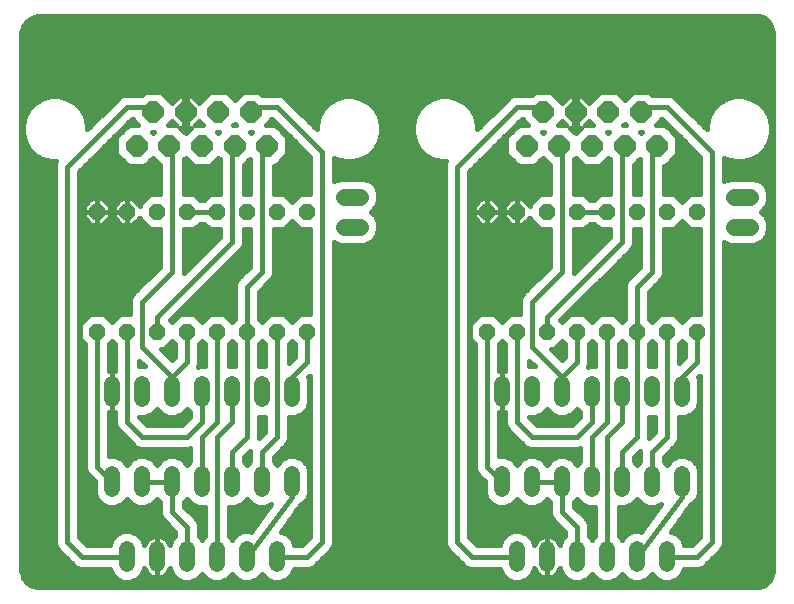
<source format=gbl>
G75*
%MOIN*%
%OFA0B0*%
%FSLAX25Y25*%
%IPPOS*%
%LPD*%
%AMOC8*
5,1,8,0,0,1.08239X$1,22.5*
%
%ADD10C,0.05200*%
%ADD11OC8,0.05200*%
%ADD12OC8,0.07050*%
%ADD13C,0.05600*%
%ADD14C,0.01600*%
D10*
X0041800Y0014200D02*
X0041800Y0019400D01*
X0051800Y0019400D02*
X0051800Y0014200D01*
X0061800Y0014200D02*
X0061800Y0019400D01*
X0071800Y0019400D02*
X0071800Y0014200D01*
X0081800Y0014200D02*
X0081800Y0019400D01*
X0091800Y0019400D02*
X0091800Y0014200D01*
X0086800Y0039200D02*
X0086800Y0044400D01*
X0076800Y0044400D02*
X0076800Y0039200D01*
X0066800Y0039200D02*
X0066800Y0044400D01*
X0056800Y0044400D02*
X0056800Y0039200D01*
X0046800Y0039200D02*
X0046800Y0044400D01*
X0036800Y0044400D02*
X0036800Y0039200D01*
X0036800Y0069200D02*
X0036800Y0074400D01*
X0046800Y0074400D02*
X0046800Y0069200D01*
X0056800Y0069200D02*
X0056800Y0074400D01*
X0066800Y0074400D02*
X0066800Y0069200D01*
X0076800Y0069200D02*
X0076800Y0074400D01*
X0086800Y0074400D02*
X0086800Y0069200D01*
X0096800Y0069200D02*
X0096800Y0074400D01*
X0096800Y0044400D02*
X0096800Y0039200D01*
X0166800Y0039200D02*
X0166800Y0044400D01*
X0176800Y0044400D02*
X0176800Y0039200D01*
X0186800Y0039200D02*
X0186800Y0044400D01*
X0196800Y0044400D02*
X0196800Y0039200D01*
X0206800Y0039200D02*
X0206800Y0044400D01*
X0216800Y0044400D02*
X0216800Y0039200D01*
X0226800Y0039200D02*
X0226800Y0044400D01*
X0226800Y0069200D02*
X0226800Y0074400D01*
X0216800Y0074400D02*
X0216800Y0069200D01*
X0206800Y0069200D02*
X0206800Y0074400D01*
X0196800Y0074400D02*
X0196800Y0069200D01*
X0186800Y0069200D02*
X0186800Y0074400D01*
X0176800Y0074400D02*
X0176800Y0069200D01*
X0166800Y0069200D02*
X0166800Y0074400D01*
X0171800Y0019400D02*
X0171800Y0014200D01*
X0181800Y0014200D02*
X0181800Y0019400D01*
X0191800Y0019400D02*
X0191800Y0014200D01*
X0201800Y0014200D02*
X0201800Y0019400D01*
X0211800Y0019400D02*
X0211800Y0014200D01*
X0221800Y0014200D02*
X0221800Y0019400D01*
D11*
X0221800Y0091800D03*
X0231800Y0091800D03*
X0211800Y0091800D03*
X0201800Y0091800D03*
X0191800Y0091800D03*
X0181800Y0091800D03*
X0171800Y0091800D03*
X0161800Y0091800D03*
X0161800Y0131800D03*
X0171800Y0131800D03*
X0181800Y0131800D03*
X0191800Y0131800D03*
X0201800Y0131800D03*
X0211800Y0131800D03*
X0221800Y0131800D03*
X0231800Y0131800D03*
X0101800Y0131800D03*
X0091800Y0131800D03*
X0081800Y0131800D03*
X0071800Y0131800D03*
X0061800Y0131800D03*
X0051800Y0131800D03*
X0041800Y0131800D03*
X0031800Y0131800D03*
X0031800Y0091800D03*
X0041800Y0091800D03*
X0051800Y0091800D03*
X0061800Y0091800D03*
X0071800Y0091800D03*
X0081800Y0091800D03*
X0091800Y0091800D03*
X0101800Y0091800D03*
D12*
X0088600Y0153795D03*
X0077700Y0153795D03*
X0066800Y0153795D03*
X0055900Y0153795D03*
X0045000Y0153795D03*
X0050450Y0164990D03*
X0061350Y0164990D03*
X0072250Y0164990D03*
X0083150Y0164990D03*
X0175000Y0153795D03*
X0185900Y0153795D03*
X0196800Y0153795D03*
X0207700Y0153795D03*
X0218600Y0153795D03*
X0213150Y0164990D03*
X0202250Y0164990D03*
X0191350Y0164990D03*
X0180450Y0164990D03*
D13*
X0119600Y0136800D02*
X0114000Y0136800D01*
X0114000Y0126800D02*
X0119600Y0126800D01*
X0244000Y0126800D02*
X0249600Y0126800D01*
X0249600Y0136800D02*
X0244000Y0136800D01*
D14*
X0008560Y0008054D02*
X0007392Y0009471D01*
X0006719Y0011180D01*
X0006600Y0012029D01*
X0006600Y0191559D01*
X0006721Y0192395D01*
X0007396Y0194090D01*
X0008562Y0195494D01*
X0010105Y0196469D01*
X0011873Y0196919D01*
X0012141Y0196922D01*
X0012144Y0196921D01*
X0012944Y0196921D01*
X0013741Y0196869D01*
X0013893Y0196921D01*
X0251800Y0196921D01*
X0252479Y0196877D01*
X0253790Y0196525D01*
X0254966Y0195847D01*
X0255925Y0194887D01*
X0256604Y0193711D01*
X0256956Y0192400D01*
X0257000Y0191721D01*
X0257000Y0011800D01*
X0256956Y0011121D01*
X0256604Y0009810D01*
X0255925Y0008634D01*
X0254966Y0007675D01*
X0253790Y0006996D01*
X0252479Y0006644D01*
X0251800Y0006600D01*
X0013903Y0006600D01*
X0013760Y0006649D01*
X0012953Y0006600D01*
X0012302Y0006600D01*
X0011886Y0006607D01*
X0010108Y0007067D01*
X0008560Y0008054D01*
X0008445Y0008194D02*
X0255485Y0008194D01*
X0256594Y0009793D02*
X0225595Y0009793D01*
X0225085Y0009283D02*
X0226717Y0010915D01*
X0227498Y0012800D01*
X0232596Y0012800D01*
X0234066Y0013409D01*
X0239066Y0018409D01*
X0240191Y0019534D01*
X0240800Y0021004D01*
X0240800Y0121631D01*
X0242807Y0120800D01*
X0250793Y0120800D01*
X0252999Y0121713D01*
X0254687Y0123401D01*
X0255600Y0125607D01*
X0255600Y0127993D01*
X0254687Y0130199D01*
X0253085Y0131800D01*
X0254687Y0133401D01*
X0255600Y0135607D01*
X0255600Y0137993D01*
X0254687Y0140199D01*
X0252999Y0141887D01*
X0250793Y0142800D01*
X0242807Y0142800D01*
X0240800Y0141969D01*
X0240800Y0149811D01*
X0241631Y0149331D01*
X0244378Y0148595D01*
X0247222Y0148595D01*
X0249969Y0149331D01*
X0252431Y0150753D01*
X0254442Y0152764D01*
X0255864Y0155226D01*
X0256600Y0157973D01*
X0256600Y0160817D01*
X0255864Y0163564D01*
X0254442Y0166026D01*
X0252431Y0168037D01*
X0249969Y0169459D01*
X0247222Y0170195D01*
X0244378Y0170195D01*
X0241631Y0169459D01*
X0239169Y0168037D01*
X0237158Y0166026D01*
X0235736Y0163564D01*
X0235000Y0160817D01*
X0235000Y0159257D01*
X0225191Y0169066D01*
X0224066Y0170191D01*
X0222596Y0170800D01*
X0216851Y0170800D01*
X0215936Y0171715D01*
X0210364Y0171715D01*
X0207700Y0169051D01*
X0205036Y0171715D01*
X0199464Y0171715D01*
X0195810Y0168061D01*
X0193556Y0170315D01*
X0191725Y0170315D01*
X0191725Y0165365D01*
X0190975Y0165365D01*
X0190975Y0170315D01*
X0189144Y0170315D01*
X0186890Y0168061D01*
X0183236Y0171715D01*
X0177664Y0171715D01*
X0176749Y0170800D01*
X0171004Y0170800D01*
X0169534Y0170191D01*
X0168409Y0169066D01*
X0158600Y0159257D01*
X0158600Y0160817D01*
X0157864Y0163564D01*
X0156442Y0166026D01*
X0154431Y0168037D01*
X0151969Y0169459D01*
X0149222Y0170195D01*
X0146378Y0170195D01*
X0143631Y0169459D01*
X0141169Y0168037D01*
X0139158Y0166026D01*
X0137736Y0163564D01*
X0137000Y0160817D01*
X0137000Y0157973D01*
X0137736Y0155226D01*
X0139158Y0152764D01*
X0141169Y0150753D01*
X0143631Y0149331D01*
X0146378Y0148595D01*
X0148214Y0148595D01*
X0147800Y0147596D01*
X0147800Y0021004D01*
X0148409Y0019534D01*
X0149534Y0018409D01*
X0154534Y0013409D01*
X0156004Y0012800D01*
X0166102Y0012800D01*
X0166883Y0010915D01*
X0168515Y0009283D01*
X0170646Y0008400D01*
X0172954Y0008400D01*
X0175085Y0009283D01*
X0176717Y0010915D01*
X0177571Y0012977D01*
X0177722Y0012511D01*
X0178037Y0011894D01*
X0178444Y0011334D01*
X0178934Y0010844D01*
X0179494Y0010437D01*
X0180111Y0010122D01*
X0180770Y0009908D01*
X0181454Y0009800D01*
X0181800Y0009800D01*
X0182146Y0009800D01*
X0182830Y0009908D01*
X0183489Y0010122D01*
X0184106Y0010437D01*
X0184666Y0010844D01*
X0185156Y0011334D01*
X0185563Y0011894D01*
X0185878Y0012511D01*
X0186029Y0012977D01*
X0186883Y0010915D01*
X0188515Y0009283D01*
X0190646Y0008400D01*
X0192954Y0008400D01*
X0195085Y0009283D01*
X0196717Y0010915D01*
X0196800Y0011115D01*
X0196883Y0010915D01*
X0198515Y0009283D01*
X0200646Y0008400D01*
X0202954Y0008400D01*
X0205085Y0009283D01*
X0206717Y0010915D01*
X0206800Y0011115D01*
X0206883Y0010915D01*
X0208515Y0009283D01*
X0210646Y0008400D01*
X0212954Y0008400D01*
X0215085Y0009283D01*
X0216717Y0010915D01*
X0216800Y0011115D01*
X0216883Y0010915D01*
X0218515Y0009283D01*
X0220646Y0008400D01*
X0222954Y0008400D01*
X0225085Y0009283D01*
X0226914Y0011391D02*
X0256973Y0011391D01*
X0257000Y0012990D02*
X0233053Y0012990D01*
X0235245Y0014588D02*
X0257000Y0014588D01*
X0257000Y0016187D02*
X0236843Y0016187D01*
X0238442Y0017785D02*
X0257000Y0017785D01*
X0257000Y0019384D02*
X0240040Y0019384D01*
X0240791Y0020982D02*
X0257000Y0020982D01*
X0257000Y0022581D02*
X0240800Y0022581D01*
X0240800Y0024179D02*
X0257000Y0024179D01*
X0257000Y0025778D02*
X0240800Y0025778D01*
X0240800Y0027376D02*
X0257000Y0027376D01*
X0257000Y0028975D02*
X0240800Y0028975D01*
X0240800Y0030573D02*
X0257000Y0030573D01*
X0257000Y0032172D02*
X0240800Y0032172D01*
X0240800Y0033770D02*
X0257000Y0033770D01*
X0257000Y0035369D02*
X0240800Y0035369D01*
X0240800Y0036967D02*
X0257000Y0036967D01*
X0257000Y0038566D02*
X0240800Y0038566D01*
X0240800Y0040164D02*
X0257000Y0040164D01*
X0257000Y0041763D02*
X0240800Y0041763D01*
X0240800Y0043361D02*
X0257000Y0043361D01*
X0257000Y0044960D02*
X0240800Y0044960D01*
X0240800Y0046558D02*
X0257000Y0046558D01*
X0257000Y0048157D02*
X0240800Y0048157D01*
X0240800Y0049755D02*
X0257000Y0049755D01*
X0257000Y0051354D02*
X0240800Y0051354D01*
X0240800Y0052952D02*
X0257000Y0052952D01*
X0257000Y0054551D02*
X0240800Y0054551D01*
X0240800Y0056149D02*
X0257000Y0056149D01*
X0257000Y0057748D02*
X0240800Y0057748D01*
X0240800Y0059346D02*
X0257000Y0059346D01*
X0257000Y0060945D02*
X0240800Y0060945D01*
X0240800Y0062543D02*
X0257000Y0062543D01*
X0257000Y0064142D02*
X0240800Y0064142D01*
X0240800Y0065740D02*
X0257000Y0065740D01*
X0257000Y0067339D02*
X0240800Y0067339D01*
X0240800Y0068937D02*
X0257000Y0068937D01*
X0257000Y0070536D02*
X0240800Y0070536D01*
X0240800Y0072134D02*
X0257000Y0072134D01*
X0257000Y0073733D02*
X0240800Y0073733D01*
X0240800Y0075332D02*
X0257000Y0075332D01*
X0257000Y0076930D02*
X0240800Y0076930D01*
X0240800Y0078529D02*
X0257000Y0078529D01*
X0257000Y0080127D02*
X0240800Y0080127D01*
X0240800Y0081726D02*
X0257000Y0081726D01*
X0257000Y0083324D02*
X0240800Y0083324D01*
X0240800Y0084923D02*
X0257000Y0084923D01*
X0257000Y0086521D02*
X0240800Y0086521D01*
X0240800Y0088120D02*
X0257000Y0088120D01*
X0257000Y0089718D02*
X0240800Y0089718D01*
X0240800Y0091317D02*
X0257000Y0091317D01*
X0257000Y0092915D02*
X0240800Y0092915D01*
X0240800Y0094514D02*
X0257000Y0094514D01*
X0257000Y0096112D02*
X0240800Y0096112D01*
X0240800Y0097711D02*
X0257000Y0097711D01*
X0257000Y0099309D02*
X0240800Y0099309D01*
X0240800Y0100908D02*
X0257000Y0100908D01*
X0257000Y0102506D02*
X0240800Y0102506D01*
X0240800Y0104105D02*
X0257000Y0104105D01*
X0257000Y0105703D02*
X0240800Y0105703D01*
X0240800Y0107302D02*
X0257000Y0107302D01*
X0257000Y0108900D02*
X0240800Y0108900D01*
X0240800Y0110499D02*
X0257000Y0110499D01*
X0257000Y0112097D02*
X0240800Y0112097D01*
X0240800Y0113696D02*
X0257000Y0113696D01*
X0257000Y0115294D02*
X0240800Y0115294D01*
X0240800Y0116893D02*
X0257000Y0116893D01*
X0257000Y0118491D02*
X0240800Y0118491D01*
X0240800Y0120090D02*
X0257000Y0120090D01*
X0257000Y0121688D02*
X0252938Y0121688D01*
X0254572Y0123287D02*
X0257000Y0123287D01*
X0257000Y0124885D02*
X0255301Y0124885D01*
X0255600Y0126484D02*
X0257000Y0126484D01*
X0257000Y0128082D02*
X0255563Y0128082D01*
X0254901Y0129681D02*
X0257000Y0129681D01*
X0257000Y0131279D02*
X0253606Y0131279D01*
X0254163Y0132878D02*
X0257000Y0132878D01*
X0257000Y0134476D02*
X0255132Y0134476D01*
X0255600Y0136075D02*
X0257000Y0136075D01*
X0257000Y0137673D02*
X0255600Y0137673D01*
X0255070Y0139272D02*
X0257000Y0139272D01*
X0257000Y0140870D02*
X0254015Y0140870D01*
X0251593Y0142469D02*
X0257000Y0142469D01*
X0257000Y0144068D02*
X0240800Y0144068D01*
X0240800Y0145666D02*
X0257000Y0145666D01*
X0257000Y0147265D02*
X0240800Y0147265D01*
X0240800Y0148863D02*
X0243377Y0148863D01*
X0248223Y0148863D02*
X0257000Y0148863D01*
X0257000Y0150462D02*
X0251927Y0150462D01*
X0253739Y0152060D02*
X0257000Y0152060D01*
X0257000Y0153659D02*
X0254959Y0153659D01*
X0255872Y0155257D02*
X0257000Y0155257D01*
X0257000Y0156856D02*
X0256301Y0156856D01*
X0256600Y0158454D02*
X0257000Y0158454D01*
X0257000Y0160053D02*
X0256600Y0160053D01*
X0256376Y0161651D02*
X0257000Y0161651D01*
X0257000Y0163250D02*
X0255948Y0163250D01*
X0255122Y0164848D02*
X0257000Y0164848D01*
X0257000Y0166447D02*
X0254022Y0166447D01*
X0252417Y0168045D02*
X0257000Y0168045D01*
X0257000Y0169644D02*
X0249279Y0169644D01*
X0242321Y0169644D02*
X0224613Y0169644D01*
X0226212Y0168045D02*
X0239183Y0168045D01*
X0237578Y0166447D02*
X0227810Y0166447D01*
X0229409Y0164848D02*
X0236478Y0164848D01*
X0235652Y0163250D02*
X0231007Y0163250D01*
X0232606Y0161651D02*
X0235224Y0161651D01*
X0235000Y0160053D02*
X0234204Y0160053D01*
X0227686Y0155257D02*
X0225325Y0155257D01*
X0225325Y0156580D02*
X0221386Y0160520D01*
X0218190Y0160520D01*
X0219875Y0162205D01*
X0219875Y0162800D01*
X0220143Y0162800D01*
X0232800Y0150143D01*
X0232800Y0137600D01*
X0229398Y0137600D01*
X0226800Y0135002D01*
X0224202Y0137600D01*
X0220800Y0137600D01*
X0220800Y0147070D01*
X0221386Y0147070D01*
X0225325Y0151009D01*
X0225325Y0156580D01*
X0225050Y0156856D02*
X0226088Y0156856D01*
X0224489Y0158454D02*
X0223451Y0158454D01*
X0222891Y0160053D02*
X0221853Y0160053D01*
X0221292Y0161651D02*
X0219322Y0161651D01*
X0221800Y0166800D02*
X0214960Y0166800D01*
X0213150Y0164990D01*
X0208293Y0169644D02*
X0207107Y0169644D01*
X0205509Y0171242D02*
X0209891Y0171242D01*
X0216409Y0171242D02*
X0257000Y0171242D01*
X0257000Y0172841D02*
X0006600Y0172841D01*
X0006600Y0174439D02*
X0257000Y0174439D01*
X0257000Y0176038D02*
X0006600Y0176038D01*
X0006600Y0177636D02*
X0257000Y0177636D01*
X0257000Y0179235D02*
X0006600Y0179235D01*
X0006600Y0180833D02*
X0257000Y0180833D01*
X0257000Y0182432D02*
X0006600Y0182432D01*
X0006600Y0184030D02*
X0257000Y0184030D01*
X0257000Y0185629D02*
X0006600Y0185629D01*
X0006600Y0187227D02*
X0257000Y0187227D01*
X0257000Y0188826D02*
X0006600Y0188826D01*
X0006600Y0190424D02*
X0257000Y0190424D01*
X0256980Y0192023D02*
X0006667Y0192023D01*
X0007209Y0193621D02*
X0256628Y0193621D01*
X0255592Y0195220D02*
X0008334Y0195220D01*
X0011479Y0196818D02*
X0252697Y0196818D01*
X0221800Y0166800D02*
X0236800Y0151800D01*
X0236800Y0021800D01*
X0231800Y0016800D01*
X0221800Y0016800D01*
X0227498Y0020800D02*
X0226717Y0022685D01*
X0225085Y0024317D01*
X0223065Y0025154D01*
X0229829Y0034173D01*
X0229837Y0034180D01*
X0230085Y0034283D01*
X0231717Y0035915D01*
X0232600Y0038046D01*
X0232600Y0045554D01*
X0231717Y0047685D01*
X0230085Y0049317D01*
X0227954Y0050200D01*
X0225646Y0050200D01*
X0223515Y0049317D01*
X0221883Y0047685D01*
X0221800Y0047485D01*
X0221717Y0047685D01*
X0220800Y0048602D01*
X0220800Y0050143D01*
X0224066Y0053409D01*
X0225191Y0054534D01*
X0225800Y0056004D01*
X0225800Y0063400D01*
X0227954Y0063400D01*
X0230085Y0064283D01*
X0231717Y0065915D01*
X0232600Y0068046D01*
X0232600Y0075554D01*
X0232193Y0076536D01*
X0232800Y0077143D01*
X0232800Y0023457D01*
X0230143Y0020800D01*
X0227498Y0020800D01*
X0227423Y0020982D02*
X0230325Y0020982D01*
X0231924Y0022581D02*
X0226760Y0022581D01*
X0225223Y0024179D02*
X0232800Y0024179D01*
X0232800Y0025778D02*
X0223533Y0025778D01*
X0224732Y0027376D02*
X0232800Y0027376D01*
X0232800Y0028975D02*
X0225931Y0028975D01*
X0227130Y0030573D02*
X0232800Y0030573D01*
X0232800Y0032172D02*
X0228329Y0032172D01*
X0229528Y0033770D02*
X0232800Y0033770D01*
X0232800Y0035369D02*
X0231171Y0035369D01*
X0232153Y0036967D02*
X0232800Y0036967D01*
X0232800Y0038566D02*
X0232600Y0038566D01*
X0232600Y0040164D02*
X0232800Y0040164D01*
X0232800Y0041763D02*
X0232600Y0041763D01*
X0232600Y0043361D02*
X0232800Y0043361D01*
X0232800Y0044960D02*
X0232600Y0044960D01*
X0232800Y0046558D02*
X0232184Y0046558D01*
X0232800Y0048157D02*
X0231246Y0048157D01*
X0232800Y0049755D02*
X0229027Y0049755D01*
X0224573Y0049755D02*
X0220800Y0049755D01*
X0221246Y0048157D02*
X0222354Y0048157D01*
X0222011Y0051354D02*
X0232800Y0051354D01*
X0232800Y0052952D02*
X0223609Y0052952D01*
X0225198Y0054551D02*
X0232800Y0054551D01*
X0232800Y0056149D02*
X0225800Y0056149D01*
X0225800Y0057748D02*
X0232800Y0057748D01*
X0232800Y0059346D02*
X0225800Y0059346D01*
X0225800Y0060945D02*
X0232800Y0060945D01*
X0232800Y0062543D02*
X0225800Y0062543D01*
X0229745Y0064142D02*
X0232800Y0064142D01*
X0232800Y0065740D02*
X0231543Y0065740D01*
X0232307Y0067339D02*
X0232800Y0067339D01*
X0232800Y0068937D02*
X0232600Y0068937D01*
X0232600Y0070536D02*
X0232800Y0070536D01*
X0232800Y0072134D02*
X0232600Y0072134D01*
X0232600Y0073733D02*
X0232800Y0073733D01*
X0232800Y0075332D02*
X0232600Y0075332D01*
X0232587Y0076930D02*
X0232800Y0076930D01*
X0231800Y0081800D02*
X0226800Y0076800D01*
X0226800Y0071800D01*
X0225800Y0081457D02*
X0225800Y0087598D01*
X0226800Y0088598D01*
X0227800Y0087598D01*
X0227800Y0083457D01*
X0225800Y0081457D01*
X0225800Y0081726D02*
X0226069Y0081726D01*
X0225800Y0083324D02*
X0227667Y0083324D01*
X0227800Y0084923D02*
X0225800Y0084923D01*
X0225800Y0086521D02*
X0227800Y0086521D01*
X0227278Y0088120D02*
X0226322Y0088120D01*
X0221800Y0091800D02*
X0221800Y0056800D01*
X0216800Y0051800D01*
X0216800Y0041800D01*
X0211800Y0036115D02*
X0211883Y0035915D01*
X0213515Y0034283D01*
X0215646Y0033400D01*
X0217954Y0033400D01*
X0219834Y0034179D01*
X0213065Y0025154D01*
X0212954Y0025200D01*
X0210646Y0025200D01*
X0208515Y0024317D01*
X0206883Y0022685D01*
X0206800Y0022485D01*
X0206717Y0022685D01*
X0205800Y0023602D01*
X0205800Y0033400D01*
X0207954Y0033400D01*
X0210085Y0034283D01*
X0211717Y0035915D01*
X0211800Y0036115D01*
X0211171Y0035369D02*
X0212429Y0035369D01*
X0214752Y0033770D02*
X0208847Y0033770D01*
X0205800Y0032172D02*
X0218329Y0032172D01*
X0218847Y0033770D02*
X0219528Y0033770D01*
X0217130Y0030573D02*
X0205800Y0030573D01*
X0205800Y0028975D02*
X0215931Y0028975D01*
X0214732Y0027376D02*
X0205800Y0027376D01*
X0205800Y0025778D02*
X0213533Y0025778D01*
X0208377Y0024179D02*
X0205800Y0024179D01*
X0206760Y0022581D02*
X0206840Y0022581D01*
X0211800Y0016800D02*
X0226800Y0036800D01*
X0226800Y0041800D01*
X0212800Y0048602D02*
X0211883Y0047685D01*
X0211800Y0047485D01*
X0211717Y0047685D01*
X0210800Y0048602D01*
X0210800Y0050143D01*
X0212800Y0052143D01*
X0212800Y0051004D01*
X0212800Y0048602D01*
X0212354Y0048157D02*
X0211246Y0048157D01*
X0210800Y0049755D02*
X0212800Y0049755D01*
X0212800Y0051354D02*
X0212011Y0051354D01*
X0206800Y0051800D02*
X0211800Y0056800D01*
X0211800Y0091800D01*
X0211800Y0106800D01*
X0216800Y0111800D01*
X0216800Y0151995D01*
X0218600Y0153795D01*
X0223179Y0148863D02*
X0232800Y0148863D01*
X0232800Y0147265D02*
X0221580Y0147265D01*
X0220800Y0145666D02*
X0232800Y0145666D01*
X0232800Y0144068D02*
X0220800Y0144068D01*
X0220800Y0142469D02*
X0232800Y0142469D01*
X0232800Y0140870D02*
X0220800Y0140870D01*
X0220800Y0139272D02*
X0232800Y0139272D01*
X0232800Y0137673D02*
X0220800Y0137673D01*
X0225727Y0136075D02*
X0227873Y0136075D01*
X0226800Y0128598D02*
X0229398Y0126000D01*
X0232800Y0126000D01*
X0232800Y0097600D01*
X0229398Y0097600D01*
X0226800Y0095002D01*
X0224202Y0097600D01*
X0219398Y0097600D01*
X0216800Y0095002D01*
X0215800Y0096002D01*
X0215800Y0105143D01*
X0219066Y0108409D01*
X0220191Y0109534D01*
X0220800Y0111004D01*
X0220800Y0126000D01*
X0224202Y0126000D01*
X0226800Y0128598D01*
X0226285Y0128082D02*
X0227315Y0128082D01*
X0228914Y0126484D02*
X0224686Y0126484D01*
X0220800Y0124885D02*
X0232800Y0124885D01*
X0232800Y0123287D02*
X0220800Y0123287D01*
X0220800Y0121688D02*
X0232800Y0121688D01*
X0232800Y0120090D02*
X0220800Y0120090D01*
X0220800Y0118491D02*
X0232800Y0118491D01*
X0232800Y0116893D02*
X0220800Y0116893D01*
X0220800Y0115294D02*
X0232800Y0115294D01*
X0232800Y0113696D02*
X0220800Y0113696D01*
X0220800Y0112097D02*
X0232800Y0112097D01*
X0232800Y0110499D02*
X0220591Y0110499D01*
X0219557Y0108900D02*
X0232800Y0108900D01*
X0232800Y0107302D02*
X0217959Y0107302D01*
X0216360Y0105703D02*
X0232800Y0105703D01*
X0232800Y0104105D02*
X0215800Y0104105D01*
X0215800Y0102506D02*
X0232800Y0102506D01*
X0232800Y0100908D02*
X0215800Y0100908D01*
X0215800Y0099309D02*
X0232800Y0099309D01*
X0232800Y0097711D02*
X0215800Y0097711D01*
X0215800Y0096112D02*
X0217910Y0096112D01*
X0216800Y0088598D02*
X0215800Y0087598D01*
X0215800Y0080200D01*
X0217800Y0080200D01*
X0217800Y0087598D01*
X0216800Y0088598D01*
X0216322Y0088120D02*
X0217278Y0088120D01*
X0217800Y0086521D02*
X0215800Y0086521D01*
X0215800Y0084923D02*
X0217800Y0084923D01*
X0217800Y0083324D02*
X0215800Y0083324D01*
X0215800Y0081726D02*
X0217800Y0081726D01*
X0207800Y0081726D02*
X0205800Y0081726D01*
X0205800Y0080200D02*
X0205800Y0087598D01*
X0206800Y0088598D01*
X0207800Y0087598D01*
X0207800Y0080200D01*
X0205800Y0080200D01*
X0205800Y0083324D02*
X0207800Y0083324D01*
X0207800Y0084923D02*
X0205800Y0084923D01*
X0205800Y0086521D02*
X0207800Y0086521D01*
X0207278Y0088120D02*
X0206322Y0088120D01*
X0201800Y0091800D02*
X0201800Y0061800D01*
X0196800Y0056800D01*
X0196800Y0041800D01*
X0191800Y0036115D02*
X0191883Y0035915D01*
X0193515Y0034283D01*
X0195646Y0033400D01*
X0197800Y0033400D01*
X0197800Y0023602D01*
X0196883Y0022685D01*
X0196800Y0022485D01*
X0196717Y0022685D01*
X0195800Y0023602D01*
X0195800Y0027596D01*
X0195191Y0029066D01*
X0194066Y0030191D01*
X0194066Y0030191D01*
X0190800Y0033457D01*
X0190800Y0034998D01*
X0191717Y0035915D01*
X0191800Y0036115D01*
X0191171Y0035369D02*
X0192429Y0035369D01*
X0190800Y0033770D02*
X0194752Y0033770D01*
X0192085Y0032172D02*
X0197800Y0032172D01*
X0197800Y0030573D02*
X0193684Y0030573D01*
X0195229Y0028975D02*
X0197800Y0028975D01*
X0197800Y0027376D02*
X0195800Y0027376D01*
X0195800Y0025778D02*
X0197800Y0025778D01*
X0197800Y0024179D02*
X0195800Y0024179D01*
X0196760Y0022581D02*
X0196840Y0022581D01*
X0191800Y0026800D02*
X0186800Y0031800D01*
X0186800Y0041800D01*
X0176800Y0041800D01*
X0181800Y0036115D02*
X0181883Y0035915D01*
X0182800Y0034998D01*
X0182800Y0031004D01*
X0183409Y0029534D01*
X0184534Y0028409D01*
X0184534Y0028409D01*
X0187800Y0025143D01*
X0187800Y0023602D01*
X0186883Y0022685D01*
X0186029Y0020623D01*
X0185878Y0021089D01*
X0185563Y0021706D01*
X0185156Y0022266D01*
X0184666Y0022756D01*
X0184106Y0023163D01*
X0183489Y0023478D01*
X0182830Y0023692D01*
X0182146Y0023800D01*
X0181800Y0023800D01*
X0181800Y0016800D01*
X0181800Y0016800D01*
X0181800Y0009800D01*
X0181800Y0016800D01*
X0181800Y0016800D01*
X0181800Y0023800D01*
X0181454Y0023800D01*
X0180770Y0023692D01*
X0180111Y0023478D01*
X0179494Y0023163D01*
X0178934Y0022756D01*
X0178444Y0022266D01*
X0178037Y0021706D01*
X0177722Y0021089D01*
X0177571Y0020623D01*
X0176717Y0022685D01*
X0175085Y0024317D01*
X0172954Y0025200D01*
X0170646Y0025200D01*
X0168515Y0024317D01*
X0166883Y0022685D01*
X0166102Y0020800D01*
X0158457Y0020800D01*
X0155800Y0023457D01*
X0155800Y0145143D01*
X0173457Y0162800D01*
X0173725Y0162800D01*
X0173725Y0162205D01*
X0175410Y0160520D01*
X0172214Y0160520D01*
X0168275Y0156580D01*
X0168275Y0151009D01*
X0172214Y0147070D01*
X0177786Y0147070D01*
X0180450Y0149734D01*
X0182800Y0147384D01*
X0182800Y0137600D01*
X0179398Y0137600D01*
X0176000Y0134202D01*
X0176000Y0133823D01*
X0173623Y0136200D01*
X0171800Y0136200D01*
X0171800Y0131800D01*
X0171800Y0131800D01*
X0171800Y0127400D01*
X0173623Y0127400D01*
X0176000Y0129777D01*
X0176000Y0129398D01*
X0179398Y0126000D01*
X0182800Y0126000D01*
X0182800Y0113457D01*
X0174534Y0105191D01*
X0173409Y0104066D01*
X0172800Y0102596D01*
X0172800Y0097600D01*
X0169398Y0097600D01*
X0166800Y0095002D01*
X0164202Y0097600D01*
X0159398Y0097600D01*
X0156000Y0094202D01*
X0156000Y0089398D01*
X0157800Y0087598D01*
X0157800Y0046004D01*
X0158409Y0044534D01*
X0159534Y0043409D01*
X0159534Y0043409D01*
X0161000Y0041943D01*
X0161000Y0038046D01*
X0161883Y0035915D01*
X0163515Y0034283D01*
X0165646Y0033400D01*
X0167954Y0033400D01*
X0170085Y0034283D01*
X0171717Y0035915D01*
X0171800Y0036115D01*
X0171883Y0035915D01*
X0173515Y0034283D01*
X0175646Y0033400D01*
X0177954Y0033400D01*
X0180085Y0034283D01*
X0181717Y0035915D01*
X0181800Y0036115D01*
X0181171Y0035369D02*
X0182429Y0035369D01*
X0182800Y0033770D02*
X0178847Y0033770D01*
X0174752Y0033770D02*
X0168847Y0033770D01*
X0171171Y0035369D02*
X0172429Y0035369D01*
X0166800Y0041800D02*
X0161800Y0046800D01*
X0161800Y0091800D01*
X0165800Y0087598D02*
X0166800Y0088598D01*
X0167800Y0087598D01*
X0167800Y0078696D01*
X0167146Y0078800D01*
X0166800Y0078800D01*
X0166800Y0071800D01*
X0166800Y0071800D01*
X0166800Y0064800D01*
X0167146Y0064800D01*
X0167800Y0064904D01*
X0167800Y0061004D01*
X0168409Y0059534D01*
X0169534Y0058409D01*
X0174534Y0053409D01*
X0176004Y0052800D01*
X0192596Y0052800D01*
X0192800Y0052885D01*
X0192800Y0048602D01*
X0191883Y0047685D01*
X0191800Y0047485D01*
X0191717Y0047685D01*
X0190085Y0049317D01*
X0187954Y0050200D01*
X0185646Y0050200D01*
X0183515Y0049317D01*
X0181883Y0047685D01*
X0181800Y0047485D01*
X0181717Y0047685D01*
X0180085Y0049317D01*
X0177954Y0050200D01*
X0175646Y0050200D01*
X0173515Y0049317D01*
X0171883Y0047685D01*
X0171800Y0047485D01*
X0171717Y0047685D01*
X0170085Y0049317D01*
X0167954Y0050200D01*
X0165800Y0050200D01*
X0165800Y0064904D01*
X0166454Y0064800D01*
X0166800Y0064800D01*
X0166800Y0071800D01*
X0166800Y0071800D01*
X0166800Y0078800D01*
X0166454Y0078800D01*
X0165800Y0078696D01*
X0165800Y0087598D01*
X0166322Y0088120D02*
X0167278Y0088120D01*
X0167800Y0086521D02*
X0165800Y0086521D01*
X0165800Y0084923D02*
X0167800Y0084923D01*
X0167800Y0083324D02*
X0165800Y0083324D01*
X0165800Y0081726D02*
X0167800Y0081726D01*
X0167800Y0080127D02*
X0165800Y0080127D01*
X0166800Y0078529D02*
X0166800Y0078529D01*
X0166800Y0076930D02*
X0166800Y0076930D01*
X0166800Y0075332D02*
X0166800Y0075332D01*
X0166800Y0073733D02*
X0166800Y0073733D01*
X0166800Y0072134D02*
X0166800Y0072134D01*
X0166800Y0070536D02*
X0166800Y0070536D01*
X0166800Y0068937D02*
X0166800Y0068937D01*
X0166800Y0067339D02*
X0166800Y0067339D01*
X0166800Y0065740D02*
X0166800Y0065740D01*
X0165800Y0064142D02*
X0167800Y0064142D01*
X0167800Y0062543D02*
X0165800Y0062543D01*
X0165800Y0060945D02*
X0167825Y0060945D01*
X0168597Y0059346D02*
X0165800Y0059346D01*
X0165800Y0057748D02*
X0170195Y0057748D01*
X0171794Y0056149D02*
X0165800Y0056149D01*
X0165800Y0054551D02*
X0173392Y0054551D01*
X0175637Y0052952D02*
X0165800Y0052952D01*
X0165800Y0051354D02*
X0192800Y0051354D01*
X0192800Y0049755D02*
X0189027Y0049755D01*
X0191246Y0048157D02*
X0192354Y0048157D01*
X0184573Y0049755D02*
X0179027Y0049755D01*
X0181246Y0048157D02*
X0182354Y0048157D01*
X0174573Y0049755D02*
X0169027Y0049755D01*
X0171246Y0048157D02*
X0172354Y0048157D01*
X0176800Y0056800D02*
X0171800Y0061800D01*
X0171800Y0091800D01*
X0167910Y0096112D02*
X0165690Y0096112D01*
X0172800Y0097711D02*
X0155800Y0097711D01*
X0155800Y0099309D02*
X0172800Y0099309D01*
X0172800Y0100908D02*
X0155800Y0100908D01*
X0155800Y0102506D02*
X0172800Y0102506D01*
X0173448Y0104105D02*
X0155800Y0104105D01*
X0155800Y0105703D02*
X0175046Y0105703D01*
X0176645Y0107302D02*
X0155800Y0107302D01*
X0155800Y0108900D02*
X0178243Y0108900D01*
X0179842Y0110499D02*
X0155800Y0110499D01*
X0155800Y0112097D02*
X0181440Y0112097D01*
X0182800Y0113696D02*
X0155800Y0113696D01*
X0155800Y0115294D02*
X0182800Y0115294D01*
X0182800Y0116893D02*
X0155800Y0116893D01*
X0155800Y0118491D02*
X0182800Y0118491D01*
X0182800Y0120090D02*
X0155800Y0120090D01*
X0155800Y0121688D02*
X0182800Y0121688D01*
X0182800Y0123287D02*
X0155800Y0123287D01*
X0155800Y0124885D02*
X0182800Y0124885D01*
X0178914Y0126484D02*
X0155800Y0126484D01*
X0155800Y0128082D02*
X0159295Y0128082D01*
X0159977Y0127400D02*
X0157400Y0129977D01*
X0157400Y0131800D01*
X0161800Y0131800D01*
X0161800Y0131800D01*
X0161800Y0136200D01*
X0163623Y0136200D01*
X0166200Y0133623D01*
X0166200Y0131800D01*
X0161800Y0131800D01*
X0161800Y0131800D01*
X0161800Y0131800D01*
X0161800Y0136200D01*
X0159977Y0136200D01*
X0157400Y0133623D01*
X0157400Y0131800D01*
X0161800Y0131800D01*
X0166200Y0131800D01*
X0166200Y0129977D01*
X0163623Y0127400D01*
X0161800Y0127400D01*
X0161800Y0131800D01*
X0161800Y0131800D01*
X0161800Y0127400D01*
X0159977Y0127400D01*
X0161800Y0128082D02*
X0161800Y0128082D01*
X0161800Y0129681D02*
X0161800Y0129681D01*
X0161800Y0131279D02*
X0161800Y0131279D01*
X0161800Y0132878D02*
X0161800Y0132878D01*
X0161800Y0134476D02*
X0161800Y0134476D01*
X0161800Y0136075D02*
X0161800Y0136075D01*
X0163748Y0136075D02*
X0169852Y0136075D01*
X0169977Y0136200D02*
X0167400Y0133623D01*
X0167400Y0131800D01*
X0171800Y0131800D01*
X0171800Y0131800D01*
X0171800Y0131800D01*
X0171800Y0136200D01*
X0169977Y0136200D01*
X0171800Y0136075D02*
X0171800Y0136075D01*
X0171800Y0134476D02*
X0171800Y0134476D01*
X0171800Y0132878D02*
X0171800Y0132878D01*
X0171800Y0131800D02*
X0167400Y0131800D01*
X0167400Y0129977D01*
X0169977Y0127400D01*
X0171800Y0127400D01*
X0171800Y0131800D01*
X0171800Y0131279D02*
X0171800Y0131279D01*
X0171800Y0129681D02*
X0171800Y0129681D01*
X0171800Y0128082D02*
X0171800Y0128082D01*
X0174305Y0128082D02*
X0177315Y0128082D01*
X0176000Y0129681D02*
X0175903Y0129681D01*
X0176274Y0134476D02*
X0175346Y0134476D01*
X0173748Y0136075D02*
X0177873Y0136075D01*
X0182800Y0137673D02*
X0155800Y0137673D01*
X0155800Y0136075D02*
X0159852Y0136075D01*
X0158254Y0134476D02*
X0155800Y0134476D01*
X0155800Y0132878D02*
X0157400Y0132878D01*
X0157400Y0131279D02*
X0155800Y0131279D01*
X0155800Y0129681D02*
X0157697Y0129681D01*
X0164305Y0128082D02*
X0169295Y0128082D01*
X0167697Y0129681D02*
X0165903Y0129681D01*
X0166200Y0131279D02*
X0167400Y0131279D01*
X0167400Y0132878D02*
X0166200Y0132878D01*
X0165346Y0134476D02*
X0168254Y0134476D01*
X0155800Y0139272D02*
X0182800Y0139272D01*
X0182800Y0140870D02*
X0155800Y0140870D01*
X0155800Y0142469D02*
X0182800Y0142469D01*
X0182800Y0144068D02*
X0155800Y0144068D01*
X0156323Y0145666D02*
X0182800Y0145666D01*
X0182800Y0147265D02*
X0177980Y0147265D01*
X0179579Y0148863D02*
X0181321Y0148863D01*
X0185900Y0152700D02*
X0186800Y0151800D01*
X0186800Y0111800D01*
X0176800Y0101800D01*
X0176800Y0086800D01*
X0186800Y0076800D01*
X0191800Y0081800D01*
X0191800Y0091800D01*
X0195800Y0087598D02*
X0196800Y0088598D01*
X0197800Y0087598D01*
X0197800Y0080200D01*
X0195646Y0080200D01*
X0195430Y0080110D01*
X0195800Y0081004D01*
X0195800Y0087598D01*
X0196322Y0088120D02*
X0197278Y0088120D01*
X0197800Y0086521D02*
X0195800Y0086521D01*
X0195800Y0084923D02*
X0197800Y0084923D01*
X0197800Y0083324D02*
X0195800Y0083324D01*
X0195800Y0081726D02*
X0197800Y0081726D01*
X0195470Y0080127D02*
X0195437Y0080127D01*
X0187800Y0083457D02*
X0187800Y0087598D01*
X0186800Y0088598D01*
X0184202Y0086000D01*
X0183257Y0086000D01*
X0186800Y0082457D01*
X0187800Y0083457D01*
X0187667Y0083324D02*
X0185933Y0083324D01*
X0184334Y0084923D02*
X0187800Y0084923D01*
X0187800Y0086521D02*
X0184724Y0086521D01*
X0186322Y0088120D02*
X0187278Y0088120D01*
X0181800Y0091800D02*
X0181800Y0096800D01*
X0206800Y0121800D01*
X0206800Y0152895D01*
X0207700Y0153795D01*
X0202800Y0149184D02*
X0202800Y0137600D01*
X0199398Y0137600D01*
X0197598Y0135800D01*
X0196002Y0135800D01*
X0194202Y0137600D01*
X0190800Y0137600D01*
X0190800Y0149184D01*
X0191350Y0149734D01*
X0194014Y0147070D01*
X0199586Y0147070D01*
X0202250Y0149734D01*
X0202800Y0149184D01*
X0202800Y0148863D02*
X0201379Y0148863D01*
X0202800Y0147265D02*
X0199780Y0147265D01*
X0202800Y0145666D02*
X0190800Y0145666D01*
X0190800Y0144068D02*
X0202800Y0144068D01*
X0202800Y0142469D02*
X0190800Y0142469D01*
X0190800Y0140870D02*
X0202800Y0140870D01*
X0202800Y0139272D02*
X0190800Y0139272D01*
X0190800Y0137673D02*
X0202800Y0137673D01*
X0197873Y0136075D02*
X0195727Y0136075D01*
X0191800Y0131800D02*
X0201800Y0131800D01*
X0197598Y0127800D02*
X0199398Y0126000D01*
X0202800Y0126000D01*
X0202800Y0123457D01*
X0190800Y0111457D01*
X0190800Y0126000D01*
X0194202Y0126000D01*
X0196002Y0127800D01*
X0197598Y0127800D01*
X0198914Y0126484D02*
X0194686Y0126484D01*
X0190800Y0124885D02*
X0202800Y0124885D01*
X0202630Y0123287D02*
X0190800Y0123287D01*
X0190800Y0121688D02*
X0201032Y0121688D01*
X0199433Y0120090D02*
X0190800Y0120090D01*
X0190800Y0118491D02*
X0197834Y0118491D01*
X0196236Y0116893D02*
X0190800Y0116893D01*
X0190800Y0115294D02*
X0194637Y0115294D01*
X0193039Y0113696D02*
X0190800Y0113696D01*
X0190800Y0112097D02*
X0191440Y0112097D01*
X0196360Y0105703D02*
X0207800Y0105703D01*
X0207800Y0104105D02*
X0194762Y0104105D01*
X0193163Y0102506D02*
X0207800Y0102506D01*
X0207800Y0100908D02*
X0191565Y0100908D01*
X0189966Y0099309D02*
X0207800Y0099309D01*
X0207800Y0097711D02*
X0188368Y0097711D01*
X0189398Y0097600D02*
X0186800Y0095002D01*
X0186230Y0095573D01*
X0209066Y0118409D01*
X0210191Y0119534D01*
X0210800Y0121004D01*
X0210800Y0126000D01*
X0212800Y0126000D01*
X0212800Y0113457D01*
X0208409Y0109066D01*
X0207800Y0107596D01*
X0207800Y0096002D01*
X0206800Y0095002D01*
X0204202Y0097600D01*
X0199398Y0097600D01*
X0196800Y0095002D01*
X0194202Y0097600D01*
X0189398Y0097600D01*
X0187910Y0096112D02*
X0186769Y0096112D01*
X0195690Y0096112D02*
X0197910Y0096112D01*
X0205690Y0096112D02*
X0207800Y0096112D01*
X0207800Y0107302D02*
X0197959Y0107302D01*
X0199557Y0108900D02*
X0208340Y0108900D01*
X0209842Y0110499D02*
X0201156Y0110499D01*
X0202754Y0112097D02*
X0211440Y0112097D01*
X0212800Y0113696D02*
X0204353Y0113696D01*
X0205951Y0115294D02*
X0212800Y0115294D01*
X0212800Y0116893D02*
X0207550Y0116893D01*
X0209148Y0118491D02*
X0212800Y0118491D01*
X0212800Y0120090D02*
X0210421Y0120090D01*
X0210800Y0121688D02*
X0212800Y0121688D01*
X0212800Y0123287D02*
X0210800Y0123287D01*
X0210800Y0124885D02*
X0212800Y0124885D01*
X0212800Y0137600D02*
X0210800Y0137600D01*
X0210800Y0147384D01*
X0212800Y0149384D01*
X0212800Y0137600D01*
X0212800Y0137673D02*
X0210800Y0137673D01*
X0210800Y0139272D02*
X0212800Y0139272D01*
X0212800Y0140870D02*
X0210800Y0140870D01*
X0210800Y0142469D02*
X0212800Y0142469D01*
X0212800Y0144068D02*
X0210800Y0144068D01*
X0210800Y0145666D02*
X0212800Y0145666D01*
X0212800Y0147265D02*
X0210800Y0147265D01*
X0212279Y0148863D02*
X0212800Y0148863D01*
X0213150Y0157855D02*
X0213560Y0158265D01*
X0212740Y0158265D01*
X0213150Y0157855D01*
X0208110Y0160520D02*
X0207700Y0160930D01*
X0207290Y0160520D01*
X0208110Y0160520D01*
X0202660Y0158265D02*
X0202250Y0157855D01*
X0201840Y0158265D01*
X0202660Y0158265D01*
X0197210Y0160520D02*
X0195810Y0161920D01*
X0194410Y0160520D01*
X0197210Y0160520D01*
X0196078Y0161651D02*
X0195542Y0161651D01*
X0193160Y0159665D02*
X0191350Y0157855D01*
X0189540Y0159665D01*
X0190975Y0159665D01*
X0190975Y0164615D01*
X0191725Y0164615D01*
X0191725Y0159665D01*
X0193160Y0159665D01*
X0191725Y0160053D02*
X0190975Y0160053D01*
X0190975Y0161651D02*
X0191725Y0161651D01*
X0191725Y0163250D02*
X0190975Y0163250D01*
X0188290Y0160520D02*
X0186890Y0161920D01*
X0185490Y0160520D01*
X0188290Y0160520D01*
X0187158Y0161651D02*
X0186622Y0161651D01*
X0190751Y0158454D02*
X0191949Y0158454D01*
X0185900Y0153795D02*
X0185900Y0152700D01*
X0190800Y0148863D02*
X0192221Y0148863D01*
X0190800Y0147265D02*
X0193820Y0147265D01*
X0180860Y0158265D02*
X0180450Y0157855D01*
X0180040Y0158265D01*
X0180860Y0158265D01*
X0174278Y0161651D02*
X0172308Y0161651D01*
X0171747Y0160053D02*
X0170709Y0160053D01*
X0170149Y0158454D02*
X0169111Y0158454D01*
X0168550Y0156856D02*
X0167512Y0156856D01*
X0168275Y0155257D02*
X0165914Y0155257D01*
X0164315Y0153659D02*
X0168275Y0153659D01*
X0168275Y0152060D02*
X0162717Y0152060D01*
X0161118Y0150462D02*
X0168823Y0150462D01*
X0170421Y0148863D02*
X0159520Y0148863D01*
X0157921Y0147265D02*
X0172020Y0147265D01*
X0159396Y0160053D02*
X0158600Y0160053D01*
X0158376Y0161651D02*
X0160994Y0161651D01*
X0162593Y0163250D02*
X0157948Y0163250D01*
X0157122Y0164848D02*
X0164191Y0164848D01*
X0165790Y0166447D02*
X0156022Y0166447D01*
X0154417Y0168045D02*
X0167388Y0168045D01*
X0168987Y0169644D02*
X0151279Y0169644D01*
X0144321Y0169644D02*
X0119279Y0169644D01*
X0119969Y0169459D02*
X0117222Y0170195D01*
X0114378Y0170195D01*
X0111631Y0169459D01*
X0109169Y0168037D01*
X0107158Y0166026D01*
X0105736Y0163564D01*
X0105000Y0160817D01*
X0105000Y0159257D01*
X0095191Y0169066D01*
X0094066Y0170191D01*
X0092596Y0170800D01*
X0086851Y0170800D01*
X0085936Y0171715D01*
X0080364Y0171715D01*
X0077700Y0169051D01*
X0075036Y0171715D01*
X0069464Y0171715D01*
X0065810Y0168061D01*
X0063556Y0170315D01*
X0061725Y0170315D01*
X0061725Y0165365D01*
X0060975Y0165365D01*
X0060975Y0170315D01*
X0059144Y0170315D01*
X0056890Y0168061D01*
X0053236Y0171715D01*
X0047664Y0171715D01*
X0046749Y0170800D01*
X0041004Y0170800D01*
X0039534Y0170191D01*
X0038409Y0169066D01*
X0028600Y0159257D01*
X0028600Y0160817D01*
X0027864Y0163564D01*
X0026442Y0166026D01*
X0024431Y0168037D01*
X0021969Y0169459D01*
X0019222Y0170195D01*
X0016378Y0170195D01*
X0013631Y0169459D01*
X0011169Y0168037D01*
X0009158Y0166026D01*
X0007736Y0163564D01*
X0007000Y0160817D01*
X0007000Y0157973D01*
X0007736Y0155226D01*
X0009158Y0152764D01*
X0011169Y0150753D01*
X0013631Y0149331D01*
X0016378Y0148595D01*
X0018214Y0148595D01*
X0017800Y0147596D01*
X0017800Y0021004D01*
X0018409Y0019534D01*
X0019534Y0018409D01*
X0024534Y0013409D01*
X0026004Y0012800D01*
X0036102Y0012800D01*
X0036883Y0010915D01*
X0038515Y0009283D01*
X0040646Y0008400D01*
X0042954Y0008400D01*
X0045085Y0009283D01*
X0046717Y0010915D01*
X0047571Y0012977D01*
X0047722Y0012511D01*
X0048037Y0011894D01*
X0048444Y0011334D01*
X0048934Y0010844D01*
X0049494Y0010437D01*
X0050111Y0010122D01*
X0050770Y0009908D01*
X0051454Y0009800D01*
X0051800Y0009800D01*
X0052146Y0009800D01*
X0052830Y0009908D01*
X0053489Y0010122D01*
X0054106Y0010437D01*
X0054666Y0010844D01*
X0055156Y0011334D01*
X0055563Y0011894D01*
X0055878Y0012511D01*
X0056029Y0012977D01*
X0056883Y0010915D01*
X0058515Y0009283D01*
X0060646Y0008400D01*
X0062954Y0008400D01*
X0065085Y0009283D01*
X0066717Y0010915D01*
X0066800Y0011115D01*
X0066883Y0010915D01*
X0068515Y0009283D01*
X0070646Y0008400D01*
X0072954Y0008400D01*
X0075085Y0009283D01*
X0076717Y0010915D01*
X0076800Y0011115D01*
X0076883Y0010915D01*
X0078515Y0009283D01*
X0080646Y0008400D01*
X0082954Y0008400D01*
X0085085Y0009283D01*
X0086717Y0010915D01*
X0086800Y0011115D01*
X0086883Y0010915D01*
X0088515Y0009283D01*
X0090646Y0008400D01*
X0092954Y0008400D01*
X0095085Y0009283D01*
X0096717Y0010915D01*
X0097498Y0012800D01*
X0102596Y0012800D01*
X0104066Y0013409D01*
X0109066Y0018409D01*
X0110191Y0019534D01*
X0110800Y0021004D01*
X0110800Y0121631D01*
X0112807Y0120800D01*
X0120793Y0120800D01*
X0122999Y0121713D01*
X0124687Y0123401D01*
X0125600Y0125607D01*
X0125600Y0127993D01*
X0124687Y0130199D01*
X0123085Y0131800D01*
X0124687Y0133401D01*
X0125600Y0135607D01*
X0125600Y0137993D01*
X0124687Y0140199D01*
X0122999Y0141887D01*
X0120793Y0142800D01*
X0112807Y0142800D01*
X0110800Y0141969D01*
X0110800Y0149811D01*
X0111631Y0149331D01*
X0114378Y0148595D01*
X0117222Y0148595D01*
X0119969Y0149331D01*
X0122431Y0150753D01*
X0124442Y0152764D01*
X0125864Y0155226D01*
X0126600Y0157973D01*
X0126600Y0160817D01*
X0125864Y0163564D01*
X0124442Y0166026D01*
X0122431Y0168037D01*
X0119969Y0169459D01*
X0122417Y0168045D02*
X0141183Y0168045D01*
X0139578Y0166447D02*
X0124022Y0166447D01*
X0125122Y0164848D02*
X0138478Y0164848D01*
X0137652Y0163250D02*
X0125948Y0163250D01*
X0126376Y0161651D02*
X0137224Y0161651D01*
X0137000Y0160053D02*
X0126600Y0160053D01*
X0126600Y0158454D02*
X0137000Y0158454D01*
X0137299Y0156856D02*
X0126301Y0156856D01*
X0125872Y0155257D02*
X0137728Y0155257D01*
X0138641Y0153659D02*
X0124959Y0153659D01*
X0123739Y0152060D02*
X0139861Y0152060D01*
X0141673Y0150462D02*
X0121927Y0150462D01*
X0118223Y0148863D02*
X0145377Y0148863D01*
X0147800Y0147265D02*
X0110800Y0147265D01*
X0110800Y0148863D02*
X0113377Y0148863D01*
X0110800Y0145666D02*
X0147800Y0145666D01*
X0147800Y0144068D02*
X0110800Y0144068D01*
X0110800Y0142469D02*
X0112007Y0142469D01*
X0102800Y0142469D02*
X0090800Y0142469D01*
X0090800Y0140870D02*
X0102800Y0140870D01*
X0102800Y0139272D02*
X0090800Y0139272D01*
X0090800Y0137673D02*
X0102800Y0137673D01*
X0102800Y0137600D02*
X0099398Y0137600D01*
X0096800Y0135002D01*
X0094202Y0137600D01*
X0090800Y0137600D01*
X0090800Y0147070D01*
X0091386Y0147070D01*
X0095325Y0151009D01*
X0095325Y0156580D01*
X0091386Y0160520D01*
X0088190Y0160520D01*
X0089875Y0162205D01*
X0089875Y0162800D01*
X0090143Y0162800D01*
X0102800Y0150143D01*
X0102800Y0137600D01*
X0097873Y0136075D02*
X0095727Y0136075D01*
X0096800Y0128598D02*
X0099398Y0126000D01*
X0102800Y0126000D01*
X0102800Y0097600D01*
X0099398Y0097600D01*
X0096800Y0095002D01*
X0094202Y0097600D01*
X0089398Y0097600D01*
X0086800Y0095002D01*
X0085800Y0096002D01*
X0085800Y0105143D01*
X0090191Y0109534D01*
X0090800Y0111004D01*
X0090800Y0126000D01*
X0094202Y0126000D01*
X0096800Y0128598D01*
X0096285Y0128082D02*
X0097315Y0128082D01*
X0098914Y0126484D02*
X0094686Y0126484D01*
X0090800Y0124885D02*
X0102800Y0124885D01*
X0102800Y0123287D02*
X0090800Y0123287D01*
X0090800Y0121688D02*
X0102800Y0121688D01*
X0102800Y0120090D02*
X0090800Y0120090D01*
X0090800Y0118491D02*
X0102800Y0118491D01*
X0102800Y0116893D02*
X0090800Y0116893D01*
X0090800Y0115294D02*
X0102800Y0115294D01*
X0102800Y0113696D02*
X0090800Y0113696D01*
X0090800Y0112097D02*
X0102800Y0112097D01*
X0102800Y0110499D02*
X0090591Y0110499D01*
X0089557Y0108900D02*
X0102800Y0108900D01*
X0102800Y0107302D02*
X0087959Y0107302D01*
X0086360Y0105703D02*
X0102800Y0105703D01*
X0102800Y0104105D02*
X0085800Y0104105D01*
X0085800Y0102506D02*
X0102800Y0102506D01*
X0102800Y0100908D02*
X0085800Y0100908D01*
X0085800Y0099309D02*
X0102800Y0099309D01*
X0102800Y0097711D02*
X0085800Y0097711D01*
X0085800Y0096112D02*
X0087910Y0096112D01*
X0091800Y0091800D02*
X0091800Y0056800D01*
X0086800Y0051800D01*
X0086800Y0041800D01*
X0081800Y0036115D02*
X0081883Y0035915D01*
X0083515Y0034283D01*
X0085646Y0033400D01*
X0087954Y0033400D01*
X0089834Y0034179D01*
X0083065Y0025154D01*
X0082954Y0025200D01*
X0080646Y0025200D01*
X0078515Y0024317D01*
X0076883Y0022685D01*
X0076800Y0022485D01*
X0076717Y0022685D01*
X0075800Y0023602D01*
X0075800Y0033400D01*
X0077954Y0033400D01*
X0080085Y0034283D01*
X0081717Y0035915D01*
X0081800Y0036115D01*
X0081171Y0035369D02*
X0082429Y0035369D01*
X0084752Y0033770D02*
X0078847Y0033770D01*
X0075800Y0032172D02*
X0088329Y0032172D01*
X0088847Y0033770D02*
X0089528Y0033770D01*
X0087130Y0030573D02*
X0075800Y0030573D01*
X0075800Y0028975D02*
X0085931Y0028975D01*
X0084732Y0027376D02*
X0075800Y0027376D01*
X0075800Y0025778D02*
X0083533Y0025778D01*
X0078377Y0024179D02*
X0075800Y0024179D01*
X0076760Y0022581D02*
X0076840Y0022581D01*
X0081800Y0016800D02*
X0096800Y0036800D01*
X0096800Y0041800D01*
X0102600Y0041763D02*
X0102800Y0041763D01*
X0102800Y0043361D02*
X0102600Y0043361D01*
X0102600Y0044960D02*
X0102800Y0044960D01*
X0102600Y0045554D02*
X0101717Y0047685D01*
X0100085Y0049317D01*
X0097954Y0050200D01*
X0095646Y0050200D01*
X0093515Y0049317D01*
X0091883Y0047685D01*
X0091800Y0047485D01*
X0091717Y0047685D01*
X0090800Y0048602D01*
X0090800Y0050143D01*
X0094066Y0053409D01*
X0095191Y0054534D01*
X0095800Y0056004D01*
X0095800Y0063400D01*
X0097954Y0063400D01*
X0100085Y0064283D01*
X0101717Y0065915D01*
X0102600Y0068046D01*
X0102600Y0075554D01*
X0102193Y0076536D01*
X0102800Y0077143D01*
X0102800Y0023457D01*
X0100143Y0020800D01*
X0097498Y0020800D01*
X0096717Y0022685D01*
X0095085Y0024317D01*
X0093065Y0025154D01*
X0099829Y0034173D01*
X0099837Y0034180D01*
X0100085Y0034283D01*
X0101717Y0035915D01*
X0102600Y0038046D01*
X0102600Y0045554D01*
X0102800Y0046558D02*
X0102184Y0046558D01*
X0102800Y0048157D02*
X0101246Y0048157D01*
X0102800Y0049755D02*
X0099027Y0049755D01*
X0102800Y0051354D02*
X0092011Y0051354D01*
X0090800Y0049755D02*
X0094573Y0049755D01*
X0092354Y0048157D02*
X0091246Y0048157D01*
X0093609Y0052952D02*
X0102800Y0052952D01*
X0102800Y0054551D02*
X0095198Y0054551D01*
X0095800Y0056149D02*
X0102800Y0056149D01*
X0102800Y0057748D02*
X0095800Y0057748D01*
X0095800Y0059346D02*
X0102800Y0059346D01*
X0102800Y0060945D02*
X0095800Y0060945D01*
X0095800Y0062543D02*
X0102800Y0062543D01*
X0102800Y0064142D02*
X0099745Y0064142D01*
X0101543Y0065740D02*
X0102800Y0065740D01*
X0102800Y0067339D02*
X0102307Y0067339D01*
X0102600Y0068937D02*
X0102800Y0068937D01*
X0102800Y0070536D02*
X0102600Y0070536D01*
X0102600Y0072134D02*
X0102800Y0072134D01*
X0102800Y0073733D02*
X0102600Y0073733D01*
X0102600Y0075332D02*
X0102800Y0075332D01*
X0102800Y0076930D02*
X0102587Y0076930D01*
X0101800Y0081800D02*
X0096800Y0076800D01*
X0096800Y0071800D01*
X0095800Y0081457D02*
X0095800Y0087598D01*
X0096800Y0088598D01*
X0097800Y0087598D01*
X0097800Y0083457D01*
X0095800Y0081457D01*
X0095800Y0081726D02*
X0096069Y0081726D01*
X0095800Y0083324D02*
X0097667Y0083324D01*
X0097800Y0084923D02*
X0095800Y0084923D01*
X0095800Y0086521D02*
X0097800Y0086521D01*
X0097278Y0088120D02*
X0096322Y0088120D01*
X0101800Y0091800D02*
X0101800Y0081800D01*
X0110800Y0081726D02*
X0147800Y0081726D01*
X0147800Y0083324D02*
X0110800Y0083324D01*
X0110800Y0084923D02*
X0147800Y0084923D01*
X0147800Y0086521D02*
X0110800Y0086521D01*
X0110800Y0088120D02*
X0147800Y0088120D01*
X0147800Y0089718D02*
X0110800Y0089718D01*
X0110800Y0091317D02*
X0147800Y0091317D01*
X0147800Y0092915D02*
X0110800Y0092915D01*
X0110800Y0094514D02*
X0147800Y0094514D01*
X0147800Y0096112D02*
X0110800Y0096112D01*
X0110800Y0097711D02*
X0147800Y0097711D01*
X0147800Y0099309D02*
X0110800Y0099309D01*
X0110800Y0100908D02*
X0147800Y0100908D01*
X0147800Y0102506D02*
X0110800Y0102506D01*
X0110800Y0104105D02*
X0147800Y0104105D01*
X0147800Y0105703D02*
X0110800Y0105703D01*
X0110800Y0107302D02*
X0147800Y0107302D01*
X0147800Y0108900D02*
X0110800Y0108900D01*
X0110800Y0110499D02*
X0147800Y0110499D01*
X0147800Y0112097D02*
X0110800Y0112097D01*
X0110800Y0113696D02*
X0147800Y0113696D01*
X0147800Y0115294D02*
X0110800Y0115294D01*
X0110800Y0116893D02*
X0147800Y0116893D01*
X0147800Y0118491D02*
X0110800Y0118491D01*
X0110800Y0120090D02*
X0147800Y0120090D01*
X0147800Y0121688D02*
X0122938Y0121688D01*
X0124572Y0123287D02*
X0147800Y0123287D01*
X0147800Y0124885D02*
X0125301Y0124885D01*
X0125600Y0126484D02*
X0147800Y0126484D01*
X0147800Y0128082D02*
X0125563Y0128082D01*
X0124901Y0129681D02*
X0147800Y0129681D01*
X0147800Y0131279D02*
X0123606Y0131279D01*
X0124163Y0132878D02*
X0147800Y0132878D01*
X0147800Y0134476D02*
X0125132Y0134476D01*
X0125600Y0136075D02*
X0147800Y0136075D01*
X0147800Y0137673D02*
X0125600Y0137673D01*
X0125070Y0139272D02*
X0147800Y0139272D01*
X0147800Y0140870D02*
X0124015Y0140870D01*
X0121593Y0142469D02*
X0147800Y0142469D01*
X0151800Y0146800D02*
X0171800Y0166800D01*
X0178640Y0166800D01*
X0180450Y0164990D01*
X0185307Y0169644D02*
X0188473Y0169644D01*
X0190975Y0169644D02*
X0191725Y0169644D01*
X0191725Y0168045D02*
X0190975Y0168045D01*
X0190975Y0166447D02*
X0191725Y0166447D01*
X0194227Y0169644D02*
X0197393Y0169644D01*
X0198991Y0171242D02*
X0183709Y0171242D01*
X0177191Y0171242D02*
X0086409Y0171242D01*
X0084960Y0166800D02*
X0083150Y0164990D01*
X0084960Y0166800D02*
X0091800Y0166800D01*
X0106800Y0151800D01*
X0106800Y0021800D01*
X0101800Y0016800D01*
X0091800Y0016800D01*
X0097423Y0020982D02*
X0100325Y0020982D01*
X0101924Y0022581D02*
X0096760Y0022581D01*
X0095223Y0024179D02*
X0102800Y0024179D01*
X0102800Y0025778D02*
X0093533Y0025778D01*
X0094732Y0027376D02*
X0102800Y0027376D01*
X0102800Y0028975D02*
X0095931Y0028975D01*
X0097130Y0030573D02*
X0102800Y0030573D01*
X0102800Y0032172D02*
X0098329Y0032172D01*
X0099528Y0033770D02*
X0102800Y0033770D01*
X0102800Y0035369D02*
X0101171Y0035369D01*
X0102153Y0036967D02*
X0102800Y0036967D01*
X0102800Y0038566D02*
X0102600Y0038566D01*
X0102600Y0040164D02*
X0102800Y0040164D01*
X0110800Y0040164D02*
X0147800Y0040164D01*
X0147800Y0038566D02*
X0110800Y0038566D01*
X0110800Y0036967D02*
X0147800Y0036967D01*
X0147800Y0035369D02*
X0110800Y0035369D01*
X0110800Y0033770D02*
X0147800Y0033770D01*
X0147800Y0032172D02*
X0110800Y0032172D01*
X0110800Y0030573D02*
X0147800Y0030573D01*
X0147800Y0028975D02*
X0110800Y0028975D01*
X0110800Y0027376D02*
X0147800Y0027376D01*
X0147800Y0025778D02*
X0110800Y0025778D01*
X0110800Y0024179D02*
X0147800Y0024179D01*
X0147800Y0022581D02*
X0110800Y0022581D01*
X0110791Y0020982D02*
X0147809Y0020982D01*
X0148560Y0019384D02*
X0110040Y0019384D01*
X0108442Y0017785D02*
X0150158Y0017785D01*
X0151757Y0016187D02*
X0106843Y0016187D01*
X0105245Y0014588D02*
X0153355Y0014588D01*
X0155547Y0012990D02*
X0103053Y0012990D01*
X0096914Y0011391D02*
X0166686Y0011391D01*
X0168005Y0009793D02*
X0095595Y0009793D01*
X0088005Y0009793D02*
X0085595Y0009793D01*
X0078005Y0009793D02*
X0075595Y0009793D01*
X0068005Y0009793D02*
X0065595Y0009793D01*
X0058005Y0009793D02*
X0045595Y0009793D01*
X0046914Y0011391D02*
X0048402Y0011391D01*
X0051800Y0011391D02*
X0051800Y0011391D01*
X0051800Y0009800D02*
X0051800Y0016800D01*
X0051800Y0016800D01*
X0051800Y0023800D01*
X0052146Y0023800D01*
X0052830Y0023692D01*
X0053489Y0023478D01*
X0054106Y0023163D01*
X0054666Y0022756D01*
X0055156Y0022266D01*
X0055563Y0021706D01*
X0055878Y0021089D01*
X0056029Y0020623D01*
X0056883Y0022685D01*
X0057800Y0023602D01*
X0057800Y0025143D01*
X0053409Y0029534D01*
X0052800Y0031004D01*
X0052800Y0034998D01*
X0051883Y0035915D01*
X0051800Y0036115D01*
X0051717Y0035915D01*
X0050085Y0034283D01*
X0047954Y0033400D01*
X0045646Y0033400D01*
X0043515Y0034283D01*
X0041883Y0035915D01*
X0041800Y0036115D01*
X0041717Y0035915D01*
X0040085Y0034283D01*
X0037954Y0033400D01*
X0035646Y0033400D01*
X0033515Y0034283D01*
X0031883Y0035915D01*
X0031000Y0038046D01*
X0031000Y0041943D01*
X0028409Y0044534D01*
X0027800Y0046004D01*
X0027800Y0087598D01*
X0026000Y0089398D01*
X0026000Y0094202D01*
X0029398Y0097600D01*
X0034202Y0097600D01*
X0036800Y0095002D01*
X0039398Y0097600D01*
X0042800Y0097600D01*
X0042800Y0102596D01*
X0043409Y0104066D01*
X0044534Y0105191D01*
X0052800Y0113457D01*
X0052800Y0126000D01*
X0049398Y0126000D01*
X0046000Y0129398D01*
X0046000Y0129777D01*
X0043623Y0127400D01*
X0041800Y0127400D01*
X0041800Y0131800D01*
X0041800Y0131800D01*
X0041800Y0136200D01*
X0043623Y0136200D01*
X0046000Y0133823D01*
X0046000Y0134202D01*
X0049398Y0137600D01*
X0052800Y0137600D01*
X0052800Y0147384D01*
X0050450Y0149734D01*
X0047786Y0147070D01*
X0042214Y0147070D01*
X0038275Y0151009D01*
X0038275Y0156580D01*
X0042214Y0160520D01*
X0045410Y0160520D01*
X0043725Y0162205D01*
X0043725Y0162800D01*
X0043457Y0162800D01*
X0025800Y0145143D01*
X0025800Y0023457D01*
X0028457Y0020800D01*
X0036102Y0020800D01*
X0036883Y0022685D01*
X0038515Y0024317D01*
X0040646Y0025200D01*
X0042954Y0025200D01*
X0045085Y0024317D01*
X0046717Y0022685D01*
X0047571Y0020623D01*
X0047722Y0021089D01*
X0048037Y0021706D01*
X0048444Y0022266D01*
X0048934Y0022756D01*
X0049494Y0023163D01*
X0050111Y0023478D01*
X0050770Y0023692D01*
X0051454Y0023800D01*
X0051800Y0023800D01*
X0051800Y0016800D01*
X0051800Y0016800D01*
X0051800Y0009800D01*
X0051800Y0012990D02*
X0051800Y0012990D01*
X0051800Y0014588D02*
X0051800Y0014588D01*
X0051800Y0016187D02*
X0051800Y0016187D01*
X0051800Y0017785D02*
X0051800Y0017785D01*
X0051800Y0019384D02*
X0051800Y0019384D01*
X0051800Y0020982D02*
X0051800Y0020982D01*
X0051800Y0022581D02*
X0051800Y0022581D01*
X0054842Y0022581D02*
X0056840Y0022581D01*
X0056177Y0020982D02*
X0055912Y0020982D01*
X0057800Y0024179D02*
X0045223Y0024179D01*
X0046760Y0022581D02*
X0048758Y0022581D01*
X0047688Y0020982D02*
X0047423Y0020982D01*
X0041800Y0016800D02*
X0026800Y0016800D01*
X0021800Y0021800D01*
X0021800Y0146800D01*
X0041800Y0166800D01*
X0048640Y0166800D01*
X0050450Y0164990D01*
X0055307Y0169644D02*
X0058473Y0169644D01*
X0060975Y0169644D02*
X0061725Y0169644D01*
X0061725Y0168045D02*
X0060975Y0168045D01*
X0060975Y0166447D02*
X0061725Y0166447D01*
X0061725Y0164615D02*
X0061725Y0159665D01*
X0063160Y0159665D01*
X0061350Y0157855D01*
X0059540Y0159665D01*
X0060975Y0159665D01*
X0060975Y0164615D01*
X0061725Y0164615D01*
X0061725Y0163250D02*
X0060975Y0163250D01*
X0060975Y0161651D02*
X0061725Y0161651D01*
X0061725Y0160053D02*
X0060975Y0160053D01*
X0060751Y0158454D02*
X0061949Y0158454D01*
X0064410Y0160520D02*
X0065810Y0161920D01*
X0067210Y0160520D01*
X0064410Y0160520D01*
X0065542Y0161651D02*
X0066078Y0161651D01*
X0071840Y0158265D02*
X0072660Y0158265D01*
X0072250Y0157855D01*
X0071840Y0158265D01*
X0077290Y0160520D02*
X0077700Y0160930D01*
X0078110Y0160520D01*
X0077290Y0160520D01*
X0082740Y0158265D02*
X0083560Y0158265D01*
X0083150Y0157855D01*
X0082740Y0158265D01*
X0077700Y0153795D02*
X0077700Y0152700D01*
X0076800Y0151800D01*
X0076800Y0121800D01*
X0051800Y0096800D01*
X0051800Y0091800D01*
X0056230Y0095573D02*
X0080191Y0119534D01*
X0080800Y0121004D01*
X0080800Y0122596D01*
X0080800Y0126000D01*
X0082800Y0126000D01*
X0082800Y0113457D01*
X0079534Y0110191D01*
X0078409Y0109066D01*
X0077800Y0107596D01*
X0077800Y0096002D01*
X0076800Y0095002D01*
X0074202Y0097600D01*
X0069398Y0097600D01*
X0066800Y0095002D01*
X0064202Y0097600D01*
X0059398Y0097600D01*
X0056800Y0095002D01*
X0056230Y0095573D01*
X0056769Y0096112D02*
X0057910Y0096112D01*
X0058368Y0097711D02*
X0077800Y0097711D01*
X0077800Y0099309D02*
X0059966Y0099309D01*
X0061565Y0100908D02*
X0077800Y0100908D01*
X0077800Y0102506D02*
X0063163Y0102506D01*
X0064762Y0104105D02*
X0077800Y0104105D01*
X0077800Y0105703D02*
X0066360Y0105703D01*
X0067959Y0107302D02*
X0077800Y0107302D01*
X0078340Y0108900D02*
X0069557Y0108900D01*
X0071156Y0110499D02*
X0079842Y0110499D01*
X0081440Y0112097D02*
X0072754Y0112097D01*
X0074353Y0113696D02*
X0082800Y0113696D01*
X0082800Y0115294D02*
X0075951Y0115294D01*
X0077550Y0116893D02*
X0082800Y0116893D01*
X0082800Y0118491D02*
X0079148Y0118491D01*
X0080421Y0120090D02*
X0082800Y0120090D01*
X0082800Y0121688D02*
X0080800Y0121688D01*
X0080800Y0123287D02*
X0082800Y0123287D01*
X0082800Y0124885D02*
X0080800Y0124885D01*
X0072800Y0124885D02*
X0060800Y0124885D01*
X0060800Y0126000D02*
X0064202Y0126000D01*
X0066002Y0127800D01*
X0067598Y0127800D01*
X0069398Y0126000D01*
X0072800Y0126000D01*
X0072800Y0123457D01*
X0060800Y0111457D01*
X0060800Y0112596D01*
X0060800Y0126000D01*
X0064686Y0126484D02*
X0068914Y0126484D01*
X0072630Y0123287D02*
X0060800Y0123287D01*
X0060800Y0121688D02*
X0071032Y0121688D01*
X0069433Y0120090D02*
X0060800Y0120090D01*
X0060800Y0118491D02*
X0067834Y0118491D01*
X0066236Y0116893D02*
X0060800Y0116893D01*
X0060800Y0115294D02*
X0064637Y0115294D01*
X0063039Y0113696D02*
X0060800Y0113696D01*
X0060800Y0112097D02*
X0061440Y0112097D01*
X0056800Y0111800D02*
X0046800Y0101800D01*
X0046800Y0086800D01*
X0056800Y0076800D01*
X0056800Y0071800D01*
X0056800Y0076800D02*
X0061800Y0081800D01*
X0061800Y0091800D01*
X0065800Y0087598D02*
X0066800Y0088598D01*
X0067800Y0087598D01*
X0067800Y0080200D01*
X0065646Y0080200D01*
X0065430Y0080110D01*
X0065800Y0081004D01*
X0065800Y0087598D01*
X0066322Y0088120D02*
X0067278Y0088120D01*
X0067800Y0086521D02*
X0065800Y0086521D01*
X0065800Y0084923D02*
X0067800Y0084923D01*
X0067800Y0083324D02*
X0065800Y0083324D01*
X0065800Y0081726D02*
X0067800Y0081726D01*
X0065470Y0080127D02*
X0065437Y0080127D01*
X0057800Y0083457D02*
X0057800Y0087598D01*
X0056800Y0088598D01*
X0054202Y0086000D01*
X0053257Y0086000D01*
X0056800Y0082457D01*
X0057800Y0083457D01*
X0057667Y0083324D02*
X0055933Y0083324D01*
X0054334Y0084923D02*
X0057800Y0084923D01*
X0057800Y0086521D02*
X0054724Y0086521D01*
X0056322Y0088120D02*
X0057278Y0088120D01*
X0047743Y0080200D02*
X0045800Y0080200D01*
X0045800Y0082143D01*
X0047743Y0080200D01*
X0046218Y0081726D02*
X0045800Y0081726D01*
X0037800Y0081726D02*
X0035800Y0081726D01*
X0035800Y0083324D02*
X0037800Y0083324D01*
X0037800Y0084923D02*
X0035800Y0084923D01*
X0035800Y0086521D02*
X0037800Y0086521D01*
X0037800Y0087598D02*
X0037800Y0078696D01*
X0037146Y0078800D01*
X0036800Y0078800D01*
X0036800Y0071800D01*
X0036800Y0071800D01*
X0036800Y0064800D01*
X0037146Y0064800D01*
X0037800Y0064904D01*
X0037800Y0061004D01*
X0038409Y0059534D01*
X0043409Y0054534D01*
X0044534Y0053409D01*
X0046004Y0052800D01*
X0062596Y0052800D01*
X0062800Y0052885D01*
X0062800Y0048602D01*
X0061883Y0047685D01*
X0061800Y0047485D01*
X0061717Y0047685D01*
X0060085Y0049317D01*
X0057954Y0050200D01*
X0055646Y0050200D01*
X0053515Y0049317D01*
X0051883Y0047685D01*
X0051800Y0047485D01*
X0051717Y0047685D01*
X0050085Y0049317D01*
X0047954Y0050200D01*
X0045646Y0050200D01*
X0043515Y0049317D01*
X0041883Y0047685D01*
X0041800Y0047485D01*
X0041717Y0047685D01*
X0040085Y0049317D01*
X0037954Y0050200D01*
X0035800Y0050200D01*
X0035800Y0064904D01*
X0036454Y0064800D01*
X0036800Y0064800D01*
X0036800Y0071800D01*
X0036800Y0071800D01*
X0036800Y0078800D01*
X0036454Y0078800D01*
X0035800Y0078696D01*
X0035800Y0087598D01*
X0036800Y0088598D01*
X0037800Y0087598D01*
X0037278Y0088120D02*
X0036322Y0088120D01*
X0031800Y0091800D02*
X0031800Y0046800D01*
X0036800Y0041800D01*
X0031000Y0041763D02*
X0025800Y0041763D01*
X0025800Y0043361D02*
X0029582Y0043361D01*
X0028233Y0044960D02*
X0025800Y0044960D01*
X0025800Y0046558D02*
X0027800Y0046558D01*
X0027800Y0048157D02*
X0025800Y0048157D01*
X0025800Y0049755D02*
X0027800Y0049755D01*
X0027800Y0051354D02*
X0025800Y0051354D01*
X0025800Y0052952D02*
X0027800Y0052952D01*
X0027800Y0054551D02*
X0025800Y0054551D01*
X0025800Y0056149D02*
X0027800Y0056149D01*
X0027800Y0057748D02*
X0025800Y0057748D01*
X0025800Y0059346D02*
X0027800Y0059346D01*
X0027800Y0060945D02*
X0025800Y0060945D01*
X0025800Y0062543D02*
X0027800Y0062543D01*
X0027800Y0064142D02*
X0025800Y0064142D01*
X0025800Y0065740D02*
X0027800Y0065740D01*
X0027800Y0067339D02*
X0025800Y0067339D01*
X0025800Y0068937D02*
X0027800Y0068937D01*
X0027800Y0070536D02*
X0025800Y0070536D01*
X0025800Y0072134D02*
X0027800Y0072134D01*
X0027800Y0073733D02*
X0025800Y0073733D01*
X0025800Y0075332D02*
X0027800Y0075332D01*
X0027800Y0076930D02*
X0025800Y0076930D01*
X0025800Y0078529D02*
X0027800Y0078529D01*
X0027800Y0080127D02*
X0025800Y0080127D01*
X0025800Y0081726D02*
X0027800Y0081726D01*
X0027800Y0083324D02*
X0025800Y0083324D01*
X0025800Y0084923D02*
X0027800Y0084923D01*
X0027800Y0086521D02*
X0025800Y0086521D01*
X0025800Y0088120D02*
X0027278Y0088120D01*
X0026000Y0089718D02*
X0025800Y0089718D01*
X0025800Y0091317D02*
X0026000Y0091317D01*
X0026000Y0092915D02*
X0025800Y0092915D01*
X0025800Y0094514D02*
X0026311Y0094514D01*
X0025800Y0096112D02*
X0027910Y0096112D01*
X0025800Y0097711D02*
X0042800Y0097711D01*
X0042800Y0099309D02*
X0025800Y0099309D01*
X0025800Y0100908D02*
X0042800Y0100908D01*
X0042800Y0102506D02*
X0025800Y0102506D01*
X0025800Y0104105D02*
X0043448Y0104105D01*
X0045046Y0105703D02*
X0025800Y0105703D01*
X0025800Y0107302D02*
X0046645Y0107302D01*
X0048243Y0108900D02*
X0025800Y0108900D01*
X0025800Y0110499D02*
X0049842Y0110499D01*
X0051440Y0112097D02*
X0025800Y0112097D01*
X0025800Y0113696D02*
X0052800Y0113696D01*
X0052800Y0115294D02*
X0025800Y0115294D01*
X0025800Y0116893D02*
X0052800Y0116893D01*
X0052800Y0118491D02*
X0025800Y0118491D01*
X0025800Y0120090D02*
X0052800Y0120090D01*
X0052800Y0121688D02*
X0025800Y0121688D01*
X0025800Y0123287D02*
X0052800Y0123287D01*
X0052800Y0124885D02*
X0025800Y0124885D01*
X0025800Y0126484D02*
X0048914Y0126484D01*
X0047315Y0128082D02*
X0044305Y0128082D01*
X0045903Y0129681D02*
X0046000Y0129681D01*
X0041800Y0129681D02*
X0041800Y0129681D01*
X0041800Y0131279D02*
X0041800Y0131279D01*
X0041800Y0131800D02*
X0041800Y0131800D01*
X0041800Y0131800D01*
X0037400Y0131800D01*
X0037400Y0133623D01*
X0039977Y0136200D01*
X0041800Y0136200D01*
X0041800Y0131800D01*
X0041800Y0127400D01*
X0039977Y0127400D01*
X0037400Y0129977D01*
X0037400Y0131800D01*
X0041800Y0131800D01*
X0041800Y0132878D02*
X0041800Y0132878D01*
X0041800Y0134476D02*
X0041800Y0134476D01*
X0041800Y0136075D02*
X0041800Y0136075D01*
X0043748Y0136075D02*
X0047873Y0136075D01*
X0046274Y0134476D02*
X0045346Y0134476D01*
X0039852Y0136075D02*
X0033748Y0136075D01*
X0033623Y0136200D02*
X0031800Y0136200D01*
X0031800Y0131800D01*
X0031800Y0131800D01*
X0036200Y0131800D01*
X0036200Y0133623D01*
X0033623Y0136200D01*
X0031800Y0136200D02*
X0029977Y0136200D01*
X0027400Y0133623D01*
X0027400Y0131800D01*
X0031800Y0131800D01*
X0031800Y0131800D01*
X0031800Y0131800D01*
X0031800Y0136200D01*
X0031800Y0136075D02*
X0031800Y0136075D01*
X0031800Y0134476D02*
X0031800Y0134476D01*
X0031800Y0132878D02*
X0031800Y0132878D01*
X0031800Y0131800D02*
X0027400Y0131800D01*
X0027400Y0129977D01*
X0029977Y0127400D01*
X0031800Y0127400D01*
X0033623Y0127400D01*
X0036200Y0129977D01*
X0036200Y0131800D01*
X0031800Y0131800D01*
X0031800Y0127400D01*
X0031800Y0131800D01*
X0031800Y0131800D01*
X0031800Y0131279D02*
X0031800Y0131279D01*
X0031800Y0129681D02*
X0031800Y0129681D01*
X0031800Y0128082D02*
X0031800Y0128082D01*
X0034305Y0128082D02*
X0039295Y0128082D01*
X0037697Y0129681D02*
X0035903Y0129681D01*
X0036200Y0131279D02*
X0037400Y0131279D01*
X0037400Y0132878D02*
X0036200Y0132878D01*
X0035346Y0134476D02*
X0038254Y0134476D01*
X0041800Y0128082D02*
X0041800Y0128082D01*
X0029295Y0128082D02*
X0025800Y0128082D01*
X0025800Y0129681D02*
X0027697Y0129681D01*
X0027400Y0131279D02*
X0025800Y0131279D01*
X0025800Y0132878D02*
X0027400Y0132878D01*
X0028254Y0134476D02*
X0025800Y0134476D01*
X0025800Y0136075D02*
X0029852Y0136075D01*
X0025800Y0137673D02*
X0052800Y0137673D01*
X0052800Y0139272D02*
X0025800Y0139272D01*
X0025800Y0140870D02*
X0052800Y0140870D01*
X0052800Y0142469D02*
X0025800Y0142469D01*
X0025800Y0144068D02*
X0052800Y0144068D01*
X0052800Y0145666D02*
X0026323Y0145666D01*
X0027921Y0147265D02*
X0042020Y0147265D01*
X0040421Y0148863D02*
X0029520Y0148863D01*
X0031118Y0150462D02*
X0038823Y0150462D01*
X0038275Y0152060D02*
X0032717Y0152060D01*
X0034315Y0153659D02*
X0038275Y0153659D01*
X0038275Y0155257D02*
X0035914Y0155257D01*
X0037512Y0156856D02*
X0038550Y0156856D01*
X0039111Y0158454D02*
X0040149Y0158454D01*
X0040709Y0160053D02*
X0041747Y0160053D01*
X0042308Y0161651D02*
X0044278Y0161651D01*
X0050040Y0158265D02*
X0050860Y0158265D01*
X0050450Y0157855D01*
X0050040Y0158265D01*
X0055490Y0160520D02*
X0056890Y0161920D01*
X0058290Y0160520D01*
X0055490Y0160520D01*
X0056622Y0161651D02*
X0057158Y0161651D01*
X0064227Y0169644D02*
X0067393Y0169644D01*
X0068991Y0171242D02*
X0053709Y0171242D01*
X0047191Y0171242D02*
X0006600Y0171242D01*
X0006600Y0169644D02*
X0014321Y0169644D01*
X0011183Y0168045D02*
X0006600Y0168045D01*
X0006600Y0166447D02*
X0009578Y0166447D01*
X0008478Y0164848D02*
X0006600Y0164848D01*
X0006600Y0163250D02*
X0007652Y0163250D01*
X0007224Y0161651D02*
X0006600Y0161651D01*
X0006600Y0160053D02*
X0007000Y0160053D01*
X0007000Y0158454D02*
X0006600Y0158454D01*
X0006600Y0156856D02*
X0007299Y0156856D01*
X0007728Y0155257D02*
X0006600Y0155257D01*
X0006600Y0153659D02*
X0008641Y0153659D01*
X0009861Y0152060D02*
X0006600Y0152060D01*
X0006600Y0150462D02*
X0011673Y0150462D01*
X0015377Y0148863D02*
X0006600Y0148863D01*
X0006600Y0147265D02*
X0017800Y0147265D01*
X0017800Y0145666D02*
X0006600Y0145666D01*
X0006600Y0144068D02*
X0017800Y0144068D01*
X0017800Y0142469D02*
X0006600Y0142469D01*
X0006600Y0140870D02*
X0017800Y0140870D01*
X0017800Y0139272D02*
X0006600Y0139272D01*
X0006600Y0137673D02*
X0017800Y0137673D01*
X0017800Y0136075D02*
X0006600Y0136075D01*
X0006600Y0134476D02*
X0017800Y0134476D01*
X0017800Y0132878D02*
X0006600Y0132878D01*
X0006600Y0131279D02*
X0017800Y0131279D01*
X0017800Y0129681D02*
X0006600Y0129681D01*
X0006600Y0128082D02*
X0017800Y0128082D01*
X0017800Y0126484D02*
X0006600Y0126484D01*
X0006600Y0124885D02*
X0017800Y0124885D01*
X0017800Y0123287D02*
X0006600Y0123287D01*
X0006600Y0121688D02*
X0017800Y0121688D01*
X0017800Y0120090D02*
X0006600Y0120090D01*
X0006600Y0118491D02*
X0017800Y0118491D01*
X0017800Y0116893D02*
X0006600Y0116893D01*
X0006600Y0115294D02*
X0017800Y0115294D01*
X0017800Y0113696D02*
X0006600Y0113696D01*
X0006600Y0112097D02*
X0017800Y0112097D01*
X0017800Y0110499D02*
X0006600Y0110499D01*
X0006600Y0108900D02*
X0017800Y0108900D01*
X0017800Y0107302D02*
X0006600Y0107302D01*
X0006600Y0105703D02*
X0017800Y0105703D01*
X0017800Y0104105D02*
X0006600Y0104105D01*
X0006600Y0102506D02*
X0017800Y0102506D01*
X0017800Y0100908D02*
X0006600Y0100908D01*
X0006600Y0099309D02*
X0017800Y0099309D01*
X0017800Y0097711D02*
X0006600Y0097711D01*
X0006600Y0096112D02*
X0017800Y0096112D01*
X0017800Y0094514D02*
X0006600Y0094514D01*
X0006600Y0092915D02*
X0017800Y0092915D01*
X0017800Y0091317D02*
X0006600Y0091317D01*
X0006600Y0089718D02*
X0017800Y0089718D01*
X0017800Y0088120D02*
X0006600Y0088120D01*
X0006600Y0086521D02*
X0017800Y0086521D01*
X0017800Y0084923D02*
X0006600Y0084923D01*
X0006600Y0083324D02*
X0017800Y0083324D01*
X0017800Y0081726D02*
X0006600Y0081726D01*
X0006600Y0080127D02*
X0017800Y0080127D01*
X0017800Y0078529D02*
X0006600Y0078529D01*
X0006600Y0076930D02*
X0017800Y0076930D01*
X0017800Y0075332D02*
X0006600Y0075332D01*
X0006600Y0073733D02*
X0017800Y0073733D01*
X0017800Y0072134D02*
X0006600Y0072134D01*
X0006600Y0070536D02*
X0017800Y0070536D01*
X0017800Y0068937D02*
X0006600Y0068937D01*
X0006600Y0067339D02*
X0017800Y0067339D01*
X0017800Y0065740D02*
X0006600Y0065740D01*
X0006600Y0064142D02*
X0017800Y0064142D01*
X0017800Y0062543D02*
X0006600Y0062543D01*
X0006600Y0060945D02*
X0017800Y0060945D01*
X0017800Y0059346D02*
X0006600Y0059346D01*
X0006600Y0057748D02*
X0017800Y0057748D01*
X0017800Y0056149D02*
X0006600Y0056149D01*
X0006600Y0054551D02*
X0017800Y0054551D01*
X0017800Y0052952D02*
X0006600Y0052952D01*
X0006600Y0051354D02*
X0017800Y0051354D01*
X0017800Y0049755D02*
X0006600Y0049755D01*
X0006600Y0048157D02*
X0017800Y0048157D01*
X0017800Y0046558D02*
X0006600Y0046558D01*
X0006600Y0044960D02*
X0017800Y0044960D01*
X0017800Y0043361D02*
X0006600Y0043361D01*
X0006600Y0041763D02*
X0017800Y0041763D01*
X0017800Y0040164D02*
X0006600Y0040164D01*
X0006600Y0038566D02*
X0017800Y0038566D01*
X0017800Y0036967D02*
X0006600Y0036967D01*
X0006600Y0035369D02*
X0017800Y0035369D01*
X0017800Y0033770D02*
X0006600Y0033770D01*
X0006600Y0032172D02*
X0017800Y0032172D01*
X0017800Y0030573D02*
X0006600Y0030573D01*
X0006600Y0028975D02*
X0017800Y0028975D01*
X0017800Y0027376D02*
X0006600Y0027376D01*
X0006600Y0025778D02*
X0017800Y0025778D01*
X0017800Y0024179D02*
X0006600Y0024179D01*
X0006600Y0022581D02*
X0017800Y0022581D01*
X0017809Y0020982D02*
X0006600Y0020982D01*
X0006600Y0019384D02*
X0018560Y0019384D01*
X0020158Y0017785D02*
X0006600Y0017785D01*
X0006600Y0016187D02*
X0021757Y0016187D01*
X0023355Y0014588D02*
X0006600Y0014588D01*
X0006600Y0012990D02*
X0025547Y0012990D01*
X0028275Y0020982D02*
X0036177Y0020982D01*
X0036840Y0022581D02*
X0026676Y0022581D01*
X0025800Y0024179D02*
X0038377Y0024179D01*
X0038847Y0033770D02*
X0044752Y0033770D01*
X0042429Y0035369D02*
X0041171Y0035369D01*
X0034752Y0033770D02*
X0025800Y0033770D01*
X0025800Y0032172D02*
X0052800Y0032172D01*
X0052800Y0033770D02*
X0048847Y0033770D01*
X0051171Y0035369D02*
X0052429Y0035369D01*
X0056800Y0031800D02*
X0061800Y0026800D01*
X0061800Y0016800D01*
X0056686Y0011391D02*
X0055198Y0011391D01*
X0066800Y0022485D02*
X0066717Y0022685D01*
X0065800Y0023602D01*
X0065800Y0027596D01*
X0065191Y0029066D01*
X0064066Y0030191D01*
X0060800Y0033457D01*
X0060800Y0034998D01*
X0061717Y0035915D01*
X0061800Y0036115D01*
X0061883Y0035915D01*
X0063515Y0034283D01*
X0065646Y0033400D01*
X0067800Y0033400D01*
X0067800Y0023602D01*
X0066883Y0022685D01*
X0066800Y0022485D01*
X0066760Y0022581D02*
X0066840Y0022581D01*
X0067800Y0024179D02*
X0065800Y0024179D01*
X0065800Y0025778D02*
X0067800Y0025778D01*
X0067800Y0027376D02*
X0065800Y0027376D01*
X0065229Y0028975D02*
X0067800Y0028975D01*
X0067800Y0030573D02*
X0063684Y0030573D01*
X0062085Y0032172D02*
X0067800Y0032172D01*
X0064752Y0033770D02*
X0060800Y0033770D01*
X0061171Y0035369D02*
X0062429Y0035369D01*
X0056800Y0031800D02*
X0056800Y0041800D01*
X0046800Y0041800D01*
X0042354Y0048157D02*
X0041246Y0048157D01*
X0039027Y0049755D02*
X0044573Y0049755D01*
X0045637Y0052952D02*
X0035800Y0052952D01*
X0035800Y0051354D02*
X0062800Y0051354D01*
X0062800Y0049755D02*
X0059027Y0049755D01*
X0061246Y0048157D02*
X0062354Y0048157D01*
X0066800Y0041800D02*
X0066800Y0056800D01*
X0071800Y0061800D01*
X0071800Y0091800D01*
X0075800Y0087598D02*
X0076800Y0088598D01*
X0077800Y0087598D01*
X0077800Y0080200D01*
X0075800Y0080200D01*
X0075800Y0087598D01*
X0076322Y0088120D02*
X0077278Y0088120D01*
X0077800Y0086521D02*
X0075800Y0086521D01*
X0075800Y0084923D02*
X0077800Y0084923D01*
X0077800Y0083324D02*
X0075800Y0083324D01*
X0075800Y0081726D02*
X0077800Y0081726D01*
X0085800Y0081726D02*
X0087800Y0081726D01*
X0087800Y0080200D02*
X0085800Y0080200D01*
X0085800Y0087598D01*
X0086800Y0088598D01*
X0087800Y0087598D01*
X0087800Y0080200D01*
X0087800Y0083324D02*
X0085800Y0083324D01*
X0085800Y0084923D02*
X0087800Y0084923D01*
X0087800Y0086521D02*
X0085800Y0086521D01*
X0086322Y0088120D02*
X0087278Y0088120D01*
X0081800Y0091800D02*
X0081800Y0056800D01*
X0076800Y0051800D01*
X0076800Y0041800D01*
X0081800Y0047485D02*
X0081717Y0047685D01*
X0080800Y0048602D01*
X0080800Y0050143D01*
X0082800Y0052143D01*
X0082800Y0051004D01*
X0082800Y0048602D01*
X0081883Y0047685D01*
X0081800Y0047485D01*
X0081246Y0048157D02*
X0082354Y0048157D01*
X0082800Y0049755D02*
X0080800Y0049755D01*
X0082011Y0051354D02*
X0082800Y0051354D01*
X0085800Y0056457D02*
X0085800Y0063400D01*
X0087800Y0063400D01*
X0087800Y0058457D01*
X0085800Y0056457D01*
X0085800Y0057748D02*
X0087091Y0057748D01*
X0087800Y0059346D02*
X0085800Y0059346D01*
X0085800Y0060945D02*
X0087800Y0060945D01*
X0087800Y0062543D02*
X0085800Y0062543D01*
X0076800Y0061800D02*
X0076800Y0071800D01*
X0066800Y0071800D02*
X0066800Y0061800D01*
X0061800Y0056800D01*
X0046800Y0056800D01*
X0041800Y0061800D01*
X0041800Y0091800D01*
X0037910Y0096112D02*
X0035690Y0096112D01*
X0035800Y0080127D02*
X0037800Y0080127D01*
X0036800Y0078529D02*
X0036800Y0078529D01*
X0036800Y0076930D02*
X0036800Y0076930D01*
X0036800Y0075332D02*
X0036800Y0075332D01*
X0036800Y0073733D02*
X0036800Y0073733D01*
X0036800Y0072134D02*
X0036800Y0072134D01*
X0036800Y0070536D02*
X0036800Y0070536D01*
X0036800Y0068937D02*
X0036800Y0068937D01*
X0036800Y0067339D02*
X0036800Y0067339D01*
X0036800Y0065740D02*
X0036800Y0065740D01*
X0035800Y0064142D02*
X0037800Y0064142D01*
X0037800Y0062543D02*
X0035800Y0062543D01*
X0035800Y0060945D02*
X0037825Y0060945D01*
X0038597Y0059346D02*
X0035800Y0059346D01*
X0035800Y0057748D02*
X0040195Y0057748D01*
X0041794Y0056149D02*
X0035800Y0056149D01*
X0035800Y0054551D02*
X0043392Y0054551D01*
X0049027Y0049755D02*
X0054573Y0049755D01*
X0052354Y0048157D02*
X0051246Y0048157D01*
X0048457Y0060800D02*
X0045857Y0063400D01*
X0047954Y0063400D01*
X0050085Y0064283D01*
X0051717Y0065915D01*
X0051800Y0066115D01*
X0051883Y0065915D01*
X0053515Y0064283D01*
X0055646Y0063400D01*
X0057954Y0063400D01*
X0060085Y0064283D01*
X0061717Y0065915D01*
X0061800Y0066115D01*
X0061883Y0065915D01*
X0062800Y0064998D01*
X0062800Y0063457D01*
X0060143Y0060800D01*
X0048457Y0060800D01*
X0048312Y0060945D02*
X0060288Y0060945D01*
X0061887Y0062543D02*
X0046713Y0062543D01*
X0049745Y0064142D02*
X0053855Y0064142D01*
X0052057Y0065740D02*
X0051543Y0065740D01*
X0059745Y0064142D02*
X0062800Y0064142D01*
X0062057Y0065740D02*
X0061543Y0065740D01*
X0071800Y0056800D02*
X0076800Y0061800D01*
X0071800Y0056800D02*
X0071800Y0016800D01*
X0057165Y0025778D02*
X0025800Y0025778D01*
X0025800Y0027376D02*
X0055567Y0027376D01*
X0053968Y0028975D02*
X0025800Y0028975D01*
X0025800Y0030573D02*
X0052979Y0030573D01*
X0032429Y0035369D02*
X0025800Y0035369D01*
X0025800Y0036967D02*
X0031447Y0036967D01*
X0031000Y0038566D02*
X0025800Y0038566D01*
X0025800Y0040164D02*
X0031000Y0040164D01*
X0036686Y0011391D02*
X0006690Y0011391D01*
X0007265Y0009793D02*
X0038005Y0009793D01*
X0110800Y0041763D02*
X0147800Y0041763D01*
X0147800Y0043361D02*
X0110800Y0043361D01*
X0110800Y0044960D02*
X0147800Y0044960D01*
X0147800Y0046558D02*
X0110800Y0046558D01*
X0110800Y0048157D02*
X0147800Y0048157D01*
X0147800Y0049755D02*
X0110800Y0049755D01*
X0110800Y0051354D02*
X0147800Y0051354D01*
X0147800Y0052952D02*
X0110800Y0052952D01*
X0110800Y0054551D02*
X0147800Y0054551D01*
X0147800Y0056149D02*
X0110800Y0056149D01*
X0110800Y0057748D02*
X0147800Y0057748D01*
X0147800Y0059346D02*
X0110800Y0059346D01*
X0110800Y0060945D02*
X0147800Y0060945D01*
X0147800Y0062543D02*
X0110800Y0062543D01*
X0110800Y0064142D02*
X0147800Y0064142D01*
X0147800Y0065740D02*
X0110800Y0065740D01*
X0110800Y0067339D02*
X0147800Y0067339D01*
X0147800Y0068937D02*
X0110800Y0068937D01*
X0110800Y0070536D02*
X0147800Y0070536D01*
X0147800Y0072134D02*
X0110800Y0072134D01*
X0110800Y0073733D02*
X0147800Y0073733D01*
X0147800Y0075332D02*
X0110800Y0075332D01*
X0110800Y0076930D02*
X0147800Y0076930D01*
X0147800Y0078529D02*
X0110800Y0078529D01*
X0110800Y0080127D02*
X0147800Y0080127D01*
X0155800Y0080127D02*
X0157800Y0080127D01*
X0157800Y0078529D02*
X0155800Y0078529D01*
X0155800Y0076930D02*
X0157800Y0076930D01*
X0157800Y0075332D02*
X0155800Y0075332D01*
X0155800Y0073733D02*
X0157800Y0073733D01*
X0157800Y0072134D02*
X0155800Y0072134D01*
X0155800Y0070536D02*
X0157800Y0070536D01*
X0157800Y0068937D02*
X0155800Y0068937D01*
X0155800Y0067339D02*
X0157800Y0067339D01*
X0157800Y0065740D02*
X0155800Y0065740D01*
X0155800Y0064142D02*
X0157800Y0064142D01*
X0157800Y0062543D02*
X0155800Y0062543D01*
X0155800Y0060945D02*
X0157800Y0060945D01*
X0157800Y0059346D02*
X0155800Y0059346D01*
X0155800Y0057748D02*
X0157800Y0057748D01*
X0157800Y0056149D02*
X0155800Y0056149D01*
X0155800Y0054551D02*
X0157800Y0054551D01*
X0157800Y0052952D02*
X0155800Y0052952D01*
X0155800Y0051354D02*
X0157800Y0051354D01*
X0157800Y0049755D02*
X0155800Y0049755D01*
X0155800Y0048157D02*
X0157800Y0048157D01*
X0157800Y0046558D02*
X0155800Y0046558D01*
X0155800Y0044960D02*
X0158233Y0044960D01*
X0159582Y0043361D02*
X0155800Y0043361D01*
X0155800Y0041763D02*
X0161000Y0041763D01*
X0161000Y0040164D02*
X0155800Y0040164D01*
X0155800Y0038566D02*
X0161000Y0038566D01*
X0161447Y0036967D02*
X0155800Y0036967D01*
X0155800Y0035369D02*
X0162429Y0035369D01*
X0164752Y0033770D02*
X0155800Y0033770D01*
X0155800Y0032172D02*
X0182800Y0032172D01*
X0182979Y0030573D02*
X0155800Y0030573D01*
X0155800Y0028975D02*
X0183968Y0028975D01*
X0185567Y0027376D02*
X0155800Y0027376D01*
X0155800Y0025778D02*
X0187165Y0025778D01*
X0187800Y0024179D02*
X0175223Y0024179D01*
X0176760Y0022581D02*
X0178758Y0022581D01*
X0177688Y0020982D02*
X0177423Y0020982D01*
X0181800Y0020982D02*
X0181800Y0020982D01*
X0181800Y0019384D02*
X0181800Y0019384D01*
X0181800Y0017785D02*
X0181800Y0017785D01*
X0181800Y0016187D02*
X0181800Y0016187D01*
X0181800Y0014588D02*
X0181800Y0014588D01*
X0181800Y0012990D02*
X0181800Y0012990D01*
X0181800Y0011391D02*
X0181800Y0011391D01*
X0178402Y0011391D02*
X0176914Y0011391D01*
X0175595Y0009793D02*
X0188005Y0009793D01*
X0186686Y0011391D02*
X0185198Y0011391D01*
X0191800Y0016800D02*
X0191800Y0026800D01*
X0186840Y0022581D02*
X0184842Y0022581D01*
X0185912Y0020982D02*
X0186177Y0020982D01*
X0181800Y0022581D02*
X0181800Y0022581D01*
X0171800Y0016800D02*
X0156800Y0016800D01*
X0151800Y0021800D01*
X0151800Y0146800D01*
X0112321Y0169644D02*
X0094613Y0169644D01*
X0096212Y0168045D02*
X0109183Y0168045D01*
X0107578Y0166447D02*
X0097810Y0166447D01*
X0099409Y0164848D02*
X0106478Y0164848D01*
X0105652Y0163250D02*
X0101007Y0163250D01*
X0102606Y0161651D02*
X0105224Y0161651D01*
X0105000Y0160053D02*
X0104204Y0160053D01*
X0097686Y0155257D02*
X0095325Y0155257D01*
X0095325Y0153659D02*
X0099285Y0153659D01*
X0100883Y0152060D02*
X0095325Y0152060D01*
X0094777Y0150462D02*
X0102482Y0150462D01*
X0102800Y0148863D02*
X0093179Y0148863D01*
X0091580Y0147265D02*
X0102800Y0147265D01*
X0102800Y0145666D02*
X0090800Y0145666D01*
X0090800Y0144068D02*
X0102800Y0144068D01*
X0088600Y0153600D02*
X0086800Y0151800D01*
X0086800Y0111800D01*
X0081800Y0106800D01*
X0081800Y0091800D01*
X0077800Y0096112D02*
X0075690Y0096112D01*
X0067910Y0096112D02*
X0065690Y0096112D01*
X0056800Y0111800D02*
X0056800Y0151800D01*
X0055900Y0152700D01*
X0055900Y0153795D01*
X0060800Y0149184D02*
X0061350Y0149734D01*
X0064014Y0147070D01*
X0069586Y0147070D01*
X0072250Y0149734D01*
X0072800Y0149184D01*
X0072800Y0137600D01*
X0069398Y0137600D01*
X0067598Y0135800D01*
X0066002Y0135800D01*
X0064202Y0137600D01*
X0060800Y0137600D01*
X0060800Y0149184D01*
X0060800Y0148863D02*
X0062221Y0148863D01*
X0060800Y0147265D02*
X0063820Y0147265D01*
X0060800Y0145666D02*
X0072800Y0145666D01*
X0072800Y0144068D02*
X0060800Y0144068D01*
X0060800Y0142469D02*
X0072800Y0142469D01*
X0072800Y0140870D02*
X0060800Y0140870D01*
X0060800Y0139272D02*
X0072800Y0139272D01*
X0072800Y0137673D02*
X0060800Y0137673D01*
X0065727Y0136075D02*
X0067873Y0136075D01*
X0071800Y0131800D02*
X0061800Y0131800D01*
X0069780Y0147265D02*
X0072800Y0147265D01*
X0072800Y0148863D02*
X0071379Y0148863D01*
X0080800Y0147384D02*
X0082800Y0149384D01*
X0082800Y0137600D01*
X0080800Y0137600D01*
X0080800Y0147384D01*
X0080800Y0147265D02*
X0082800Y0147265D01*
X0082800Y0148863D02*
X0082279Y0148863D01*
X0082800Y0145666D02*
X0080800Y0145666D01*
X0080800Y0144068D02*
X0082800Y0144068D01*
X0082800Y0142469D02*
X0080800Y0142469D01*
X0080800Y0140870D02*
X0082800Y0140870D01*
X0082800Y0139272D02*
X0080800Y0139272D01*
X0080800Y0137673D02*
X0082800Y0137673D01*
X0088600Y0153600D02*
X0088600Y0153795D01*
X0093451Y0158454D02*
X0094489Y0158454D01*
X0095050Y0156856D02*
X0096088Y0156856D01*
X0092891Y0160053D02*
X0091853Y0160053D01*
X0091292Y0161651D02*
X0089322Y0161651D01*
X0079891Y0171242D02*
X0075509Y0171242D01*
X0077107Y0169644D02*
X0078293Y0169644D01*
X0052800Y0147265D02*
X0047980Y0147265D01*
X0049579Y0148863D02*
X0051321Y0148863D01*
X0034191Y0164848D02*
X0027122Y0164848D01*
X0027948Y0163250D02*
X0032593Y0163250D01*
X0030994Y0161651D02*
X0028376Y0161651D01*
X0028600Y0160053D02*
X0029396Y0160053D01*
X0026022Y0166447D02*
X0035790Y0166447D01*
X0037388Y0168045D02*
X0024417Y0168045D01*
X0021279Y0169644D02*
X0038987Y0169644D01*
X0095690Y0096112D02*
X0097910Y0096112D01*
X0155800Y0096112D02*
X0157910Y0096112D01*
X0156311Y0094514D02*
X0155800Y0094514D01*
X0155800Y0092915D02*
X0156000Y0092915D01*
X0156000Y0091317D02*
X0155800Y0091317D01*
X0155800Y0089718D02*
X0156000Y0089718D01*
X0155800Y0088120D02*
X0157278Y0088120D01*
X0157800Y0086521D02*
X0155800Y0086521D01*
X0155800Y0084923D02*
X0157800Y0084923D01*
X0157800Y0083324D02*
X0155800Y0083324D01*
X0155800Y0081726D02*
X0157800Y0081726D01*
X0175800Y0081726D02*
X0176218Y0081726D01*
X0175800Y0082143D02*
X0177743Y0080200D01*
X0175800Y0080200D01*
X0175800Y0082143D01*
X0186800Y0076800D02*
X0186800Y0071800D01*
X0191800Y0066115D02*
X0191883Y0065915D01*
X0192800Y0064998D01*
X0192800Y0063457D01*
X0190143Y0060800D01*
X0178457Y0060800D01*
X0175857Y0063400D01*
X0177954Y0063400D01*
X0180085Y0064283D01*
X0181717Y0065915D01*
X0181800Y0066115D01*
X0181883Y0065915D01*
X0183515Y0064283D01*
X0185646Y0063400D01*
X0187954Y0063400D01*
X0190085Y0064283D01*
X0191717Y0065915D01*
X0191800Y0066115D01*
X0191543Y0065740D02*
X0192057Y0065740D01*
X0192800Y0064142D02*
X0189745Y0064142D01*
X0191887Y0062543D02*
X0176713Y0062543D01*
X0178312Y0060945D02*
X0190288Y0060945D01*
X0191800Y0056800D02*
X0176800Y0056800D01*
X0179745Y0064142D02*
X0183855Y0064142D01*
X0182057Y0065740D02*
X0181543Y0065740D01*
X0191800Y0056800D02*
X0196800Y0061800D01*
X0196800Y0071800D01*
X0206800Y0071800D02*
X0206800Y0061800D01*
X0201800Y0056800D01*
X0201800Y0016800D01*
X0205595Y0009793D02*
X0208005Y0009793D01*
X0215595Y0009793D02*
X0218005Y0009793D01*
X0198005Y0009793D02*
X0195595Y0009793D01*
X0168377Y0024179D02*
X0155800Y0024179D01*
X0156676Y0022581D02*
X0166840Y0022581D01*
X0166177Y0020982D02*
X0158275Y0020982D01*
X0206800Y0041800D02*
X0206800Y0051800D01*
X0215800Y0056457D02*
X0215800Y0063400D01*
X0217800Y0063400D01*
X0217800Y0058457D01*
X0215800Y0056457D01*
X0215800Y0057748D02*
X0217091Y0057748D01*
X0217800Y0059346D02*
X0215800Y0059346D01*
X0215800Y0060945D02*
X0217800Y0060945D01*
X0217800Y0062543D02*
X0215800Y0062543D01*
X0231800Y0081800D02*
X0231800Y0091800D01*
X0227910Y0096112D02*
X0225690Y0096112D01*
X0240800Y0142469D02*
X0242007Y0142469D01*
X0232482Y0150462D02*
X0224777Y0150462D01*
X0225325Y0152060D02*
X0230883Y0152060D01*
X0229285Y0153659D02*
X0225325Y0153659D01*
M02*

</source>
